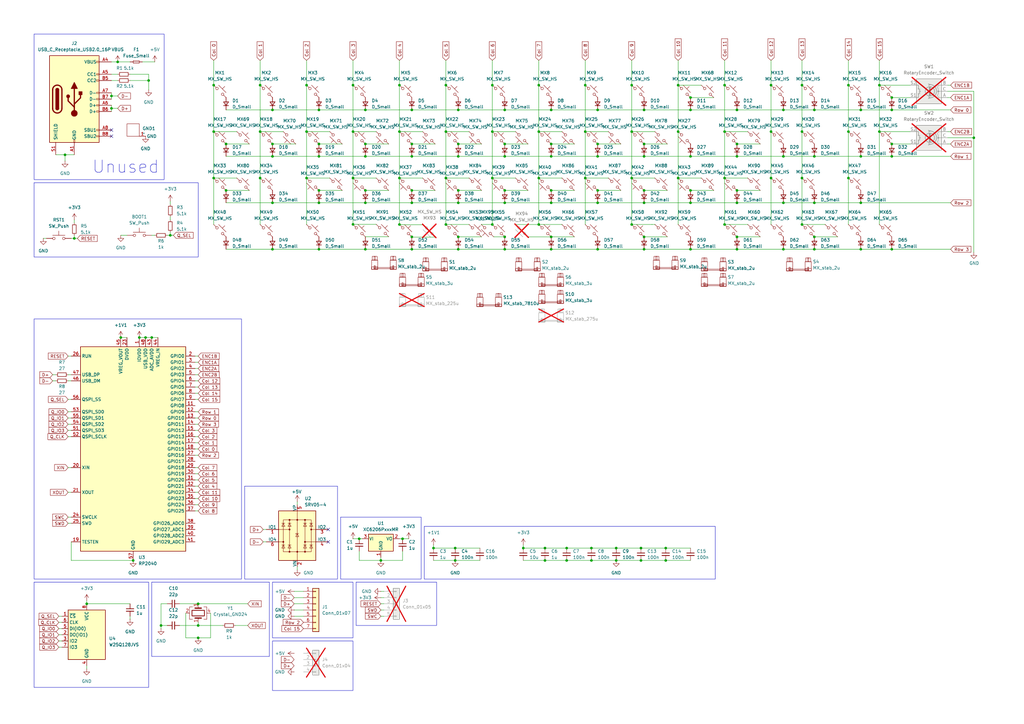
<source format=kicad_sch>
(kicad_sch (version 20231120) (generator "eeschema") (generator_version "8.0")
  (paper "A3")
  (junction (at 111.76 45.085))
  (junction (at 316.23 34.925))
  (junction (at 125.73 73.025))
  (junction (at 149.86 59.055))
  (junction (at 187.96 78.105))
  (junction (at 365.76 45.085))
  (junction (at 187.96 83.185))
  (junction (at 54.61 229.87))
  (junction (at 264.16 102.235))
  (junction (at 182.88 34.925))
  (junction (at 168.91 64.135))
  (junction (at 240.03 73.025))
  (junction (at 57.15 138.43))
  (junction (at 273.05 224.79))
  (junction (at 347.98 53.975))
  (junction (at 334.01 83.185))
  (junction (at 242.57 224.79))
  (junction (at 125.73 53.975))
  (junction (at 365.76 59.055))
  (junction (at 302.26 64.135))
  (junction (at 130.81 102.235))
  (junction (at 45.72 39.37))
  (junction (at 226.06 83.185))
  (junction (at 240.03 53.975))
  (junction (at 220.98 92.075))
  (junction (at 149.86 78.105))
  (junction (at 168.91 45.085))
  (junction (at 353.06 64.135))
  (junction (at 328.93 34.925))
  (junction (at 207.01 64.135))
  (junction (at 245.11 78.105))
  (junction (at 347.98 34.925))
  (junction (at 144.78 34.925))
  (junction (at 264.16 64.135))
  (junction (at 177.8 224.79))
  (junction (at 302.26 78.105))
  (junction (at 245.11 59.055))
  (junction (at 278.13 53.975))
  (junction (at 106.68 53.975))
  (junction (at 334.01 45.085))
  (junction (at 187.96 59.055))
  (junction (at 262.89 224.79))
  (junction (at 130.81 64.135))
  (junction (at 87.63 73.025))
  (junction (at 360.68 34.925))
  (junction (at 223.52 224.79))
  (junction (at 321.31 83.185))
  (junction (at 232.41 224.79))
  (junction (at 245.11 83.185))
  (junction (at 207.01 83.185))
  (junction (at 360.68 53.975))
  (junction (at 182.88 53.975))
  (junction (at 187.96 64.135))
  (junction (at 259.08 34.925))
  (junction (at 242.57 229.87))
  (junction (at 226.06 64.135))
  (junction (at 283.21 40.005))
  (junction (at 278.13 73.025))
  (junction (at 163.83 34.925))
  (junction (at 187.96 97.155))
  (junction (at 69.85 96.52))
  (junction (at 130.81 59.055))
  (junction (at 48.26 25.4))
  (junction (at 264.16 45.085))
  (junction (at 316.23 53.975))
  (junction (at 49.53 138.43))
  (junction (at 26.67 63.5))
  (junction (at 252.73 229.87))
  (junction (at 334.01 64.135))
  (junction (at 66.04 256.54))
  (junction (at 226.06 78.105))
  (junction (at 111.76 59.055))
  (junction (at 283.21 64.135))
  (junction (at 297.18 53.975))
  (junction (at 168.91 102.235))
  (junction (at 259.08 92.075))
  (junction (at 87.63 53.975))
  (junction (at 232.41 229.87))
  (junction (at 163.83 53.975))
  (junction (at 259.08 53.975))
  (junction (at 252.73 224.79))
  (junction (at 207.01 97.155))
  (junction (at 262.89 229.87))
  (junction (at 156.21 229.87))
  (junction (at 92.71 59.055))
  (junction (at 302.26 102.235))
  (junction (at 168.91 59.055))
  (junction (at 163.83 92.075))
  (junction (at 226.06 59.055))
  (junction (at 353.06 83.185))
  (junction (at 283.21 78.105))
  (junction (at 149.86 102.235))
  (junction (at 297.18 73.025))
  (junction (at 302.26 45.085))
  (junction (at 59.69 138.43))
  (junction (at 144.78 73.025))
  (junction (at 321.31 64.135))
  (junction (at 226.06 97.155))
  (junction (at 328.93 92.075))
  (junction (at 106.68 73.025))
  (junction (at 223.52 229.87))
  (junction (at 168.91 97.155))
  (junction (at 214.63 224.79))
  (junction (at 264.16 59.055))
  (junction (at 273.05 229.87))
  (junction (at 81.28 261.62))
  (junction (at 365.76 64.135))
  (junction (at 130.81 45.085))
  (junction (at 316.23 73.025))
  (junction (at 334.01 97.155))
  (junction (at 365.76 40.005))
  (junction (at 347.98 73.025))
  (junction (at 87.63 34.925))
  (junction (at 130.81 83.185))
  (junction (at 226.06 102.235))
  (junction (at 111.76 64.135))
  (junction (at 207.01 59.055))
  (junction (at 264.16 78.105))
  (junction (at 45.72 44.45))
  (junction (at 60.96 33.02))
  (junction (at 220.98 73.025))
  (junction (at 220.98 34.925))
  (junction (at 278.13 34.925))
  (junction (at 220.98 53.975))
  (junction (at 328.93 53.975))
  (junction (at 149.86 45.085))
  (junction (at 111.76 102.235))
  (junction (at 81.28 256.54))
  (junction (at 187.96 45.085))
  (junction (at 168.91 83.185))
  (junction (at 302.26 97.155))
  (junction (at 182.88 73.025))
  (junction (at 125.73 34.925))
  (junction (at 165.1 220.98))
  (junction (at 30.48 97.79))
  (junction (at 201.93 73.025))
  (junction (at 302.26 83.185))
  (junction (at 283.21 102.235))
  (junction (at 399.415 56.515))
  (junction (at 321.31 45.085))
  (junction (at 111.76 83.185))
  (junction (at 226.06 45.085))
  (junction (at 259.08 73.025))
  (junction (at 186.69 229.87))
  (junction (at 365.76 102.235))
  (junction (at 35.56 247.65))
  (junction (at 144.78 92.0269))
  (junction (at 201.93 34.925))
  (junction (at 149.86 83.185))
  (junction (at 168.91 78.105))
  (junction (at 207.01 45.085))
  (junction (at 353.06 102.235))
  (junction (at 187.96 102.235))
  (junction (at 147.32 220.98))
  (junction (at 240.03 34.925))
  (junction (at 62.23 138.43))
  (junction (at 182.88 92.075))
  (junction (at 207.01 102.235))
  (junction (at 149.86 64.135))
  (junction (at 163.83 73.025))
  (junction (at 302.26 59.055))
  (junction (at 186.69 224.79))
  (junction (at 106.68 34.925))
  (junction (at 264.16 97.155))
  (junction (at 353.06 45.085))
  (junction (at 297.18 92.075))
  (junction (at 144.78 53.975))
  (junction (at 201.93 92.075))
  (junction (at 334.01 102.235))
  (junction (at 245.11 102.235))
  (junction (at 207.01 78.105))
  (junction (at 201.93 53.975))
  (junction (at 328.93 73.025))
  (junction (at 130.81 78.105))
  (junction (at 297.18 34.925))
  (junction (at 81.28 247.65))
  (junction (at 245.11 64.135))
  (junction (at 92.71 78.105))
  (junction (at 321.31 102.235))
  (junction (at 283.21 83.185))
  (junction (at 245.11 45.085))
  (junction (at 283.21 45.085))
  (junction (at 264.16 83.185))
  (no_connect (at 45.72 55.88))
  (no_connect (at 134.62 217.17))
  (no_connect (at 134.62 222.25))
  (no_connect (at 45.72 53.34))
  (wire (pts (xy 66.04 256.54) (xy 66.04 257.81)))
  (wire (pts (xy 53.34 33.02) (xy 60.96 33.02)))
  (wire (pts (xy 60.96 30.48) (xy 60.96 33.02)))
  (wire (pts (xy 353.06 45.085) (xy 365.76 45.085)))
  (wire (pts (xy 232.41 224.79) (xy 242.57 224.79)))
  (wire (pts (xy 168.91 97.237) (xy 168.91 97.155)))
  (wire (pts (xy 168.91 83.185) (xy 187.96 83.185)))
  (wire (pts (xy 87.63 73.025) (xy 97.155 73.025)))
  (wire (pts (xy 360.68 24.765) (xy 360.68 34.925)))
  (wire (pts (xy 182.88 53.975) (xy 182.88 73.025)))
  (wire (pts (xy 297.18 53.975) (xy 297.18 73.025)))
  (wire (pts (xy 264.16 102.235) (xy 283.21 102.235)))
  (wire (pts (xy 278.13 73.025) (xy 278.13 92.075)))
  (wire (pts (xy 334.01 102.235) (xy 353.06 102.235)))
  (wire (pts (xy 45.72 39.37) (xy 45.72 40.64)))
  (wire (pts (xy 226.06 97.155) (xy 235.585 97.155)))
  (wire (pts (xy 328.93 24.765) (xy 328.93 34.925)))
  (wire (pts (xy 177.8 223.52) (xy 177.8 224.79)))
  (wire (pts (xy 259.08 53.975) (xy 268.605 53.975)))
  (wire (pts (xy 252.73 229.87) (xy 262.89 229.87)))
  (wire (pts (xy 283.21 45.085) (xy 302.26 45.085)))
  (wire (pts (xy 389.89 83.185) (xy 353.06 83.185)))
  (wire (pts (xy 81.28 156.21) (xy 80.01 156.21)))
  (wire (pts (xy 111.76 83.185) (xy 130.81 83.185)))
  (wire (pts (xy 267.4049 92.075) (xy 259.08 92.075)))
  (wire (pts (xy 49.53 138.43) (xy 52.07 138.43)))
  (wire (pts (xy 92.71 59.055) (xy 102.235 59.055)))
  (wire (pts (xy 68.58 247.65) (xy 66.04 247.65)))
  (wire (pts (xy 223.52 224.79) (xy 232.41 224.79)))
  (wire (pts (xy 321.31 83.185) (xy 334.01 83.185)))
  (wire (pts (xy 186.69 229.87) (xy 196.85 229.87)))
  (wire (pts (xy 220.98 92.0855) (xy 220.98 92.075)))
  (wire (pts (xy 302.26 64.135) (xy 321.31 64.135)))
  (wire (pts (xy 125.73 24.765) (xy 125.73 34.925)))
  (wire (pts (xy 182.88 73.025) (xy 182.88 92.075)))
  (wire (pts (xy 302.26 45.085) (xy 321.31 45.085)))
  (wire (pts (xy 163.83 73.025) (xy 163.83 92.075)))
  (wire (pts (xy 48.26 39.37) (xy 45.72 39.37)))
  (wire (pts (xy 147.32 220.98) (xy 148.59 220.98)))
  (wire (pts (xy 264.16 45.085) (xy 283.21 45.085)))
  (wire (pts (xy 259.08 24.765) (xy 259.08 34.925)))
  (wire (pts (xy 220.98 73.025) (xy 220.98 92.075)))
  (wire (pts (xy 328.93 34.925) (xy 328.93 53.975)))
  (wire (pts (xy 87.63 53.975) (xy 97.155 53.975)))
  (wire (pts (xy 226.06 45.085) (xy 245.11 45.085)))
  (wire (pts (xy 187.96 97.155) (xy 197.485 97.155)))
  (wire (pts (xy 111.76 64.135) (xy 130.81 64.135)))
  (wire (pts (xy 48.26 44.45) (xy 45.72 44.45)))
  (wire (pts (xy 328.93 73.025) (xy 328.93 92.075)))
  (wire (pts (xy 92.71 45.085) (xy 111.76 45.085)))
  (wire (pts (xy 92.71 64.135) (xy 111.76 64.135)))
  (wire (pts (xy 168.91 45.085) (xy 187.96 45.085)))
  (wire (pts (xy 111.76 59.055) (xy 121.285 59.055)))
  (wire (pts (xy 353.06 64.135) (xy 365.76 64.135)))
  (wire (pts (xy 22.86 63.5) (xy 26.67 63.5)))
  (wire (pts (xy 321.31 102.235) (xy 334.01 102.235)))
  (wire (pts (xy 81.28 256.54) (xy 81.28 255.27)))
  (wire (pts (xy 240.03 53.975) (xy 240.03 73.025)))
  (wire (pts (xy 316.23 53.975) (xy 316.23 73.025)))
  (wire (pts (xy 201.93 73.025) (xy 211.455 73.025)))
  (wire (pts (xy 273.7219 97.1509) (xy 271.2149 97.1509)))
  (wire (pts (xy 278.13 73.025) (xy 287.655 73.025)))
  (wire (pts (xy 81.28 196.85) (xy 80.01 196.85)))
  (wire (pts (xy 271.2149 97.1509) (xy 271.2149 97.155)))
  (wire (pts (xy 69.85 88.9) (xy 69.85 90.17)))
  (wire (pts (xy 163.83 53.975) (xy 163.83 73.025)))
  (wire (pts (xy 125.73 34.925) (xy 125.73 53.975)))
  (wire (pts (xy 53.34 254) (xy 53.34 252.73)))
  (wire (pts (xy 87.63 24.765) (xy 87.63 34.925)))
  (wire (pts (xy 24.13 260.35) (xy 25.4 260.35)))
  (wire (pts (xy 316.23 34.925) (xy 316.23 53.975)))
  (wire (pts (xy 81.28 261.62) (xy 86.36 261.62)))
  (wire (pts (xy 278.13 53.975) (xy 278.13 73.025)))
  (wire (pts (xy 207.01 78.105) (xy 216.535 78.105)))
  (wire (pts (xy 226.06 59.055) (xy 235.585 59.055)))
  (wire (pts (xy 168.91 97.237) (xy 178.5926 97.237)))
  (wire (pts (xy 130.81 45.085) (xy 149.86 45.085)))
  (wire (pts (xy 81.28 151.13) (xy 80.01 151.13)))
  (wire (pts (xy 24.13 255.27) (xy 25.4 255.27)))
  (wire (pts (xy 273.05 224.79) (xy 283.21 224.79)))
  (wire (pts (xy 220.98 34.925) (xy 220.98 53.975)))
  (wire (pts (xy 149.86 102.235) (xy 168.91 102.235)))
  (wire (pts (xy 149.86 64.135) (xy 168.91 64.135)))
  (wire (pts (xy 125.73 73.025) (xy 125.73 92.075)))
  (wire (pts (xy 81.28 146.05) (xy 80.01 146.05)))
  (wire (pts (xy 389.89 40.005) (xy 388.62 40.005)))
  (wire (pts (xy 201.93 24.765) (xy 201.93 34.925)))
  (wire (pts (xy 207.01 97.155) (xy 202.4744 97.155)))
  (wire (pts (xy 73.66 256.54) (xy 81.28 256.54)))
  (wire (pts (xy 24.13 265.43) (xy 25.4 265.43)))
  (wire (pts (xy 245.11 59.055) (xy 254.635 59.055)))
  (wire (pts (xy 187.96 83.185) (xy 207.01 83.185)))
  (wire (pts (xy 302.26 97.155) (xy 311.785 97.155)))
  (wire (pts (xy 27.94 179.07) (xy 29.21 179.07)))
  (wire (pts (xy 81.28 163.83) (xy 80.01 163.83)))
  (wire (pts (xy 21.59 156.21) (xy 22.86 156.21)))
  (wire (pts (xy 91.44 256.54) (xy 81.28 256.54)))
  (wire (pts (xy 81.28 186.69) (xy 80.01 186.69)))
  (wire (pts (xy 156.21 252.73) (xy 157.48 252.73)))
  (wire (pts (xy 302.26 78.105) (xy 311.785 78.105)))
  (wire (pts (xy 149.86 78.105) (xy 159.385 78.105)))
  (wire (pts (xy 187.96 64.135) (xy 207.01 64.135)))
  (wire (pts (xy 226.06 78.105) (xy 235.585 78.105)))
  (wire (pts (xy 27.94 191.77) (xy 29.21 191.77)))
  (wire (pts (xy 226.06 97.1655) (xy 226.06 97.155)))
  (wire (pts (xy 35.56 247.65) (xy 53.34 247.65)))
  (wire (pts (xy 334.01 97.155) (xy 343.535 97.155)))
  (wire (pts (xy 144.78 34.925) (xy 144.78 53.975)))
  (wire (pts (xy 81.28 153.67) (xy 80.01 153.67)))
  (wire (pts (xy 201.93 92.075) (xy 197.3944 92.075)))
  (wire (pts (xy 187.96 45.085) (xy 207.01 45.085)))
  (wire (pts (xy 130.81 64.135) (xy 149.86 64.135)))
  (wire (pts (xy 182.88 73.025) (xy 192.405 73.025)))
  (wire (pts (xy 27.94 214.63) (xy 29.21 214.63)))
  (wire (pts (xy 278.13 34.925) (xy 287.655 34.925)))
  (wire (pts (xy 226.06 64.135) (xy 245.11 64.135)))
  (wire (pts (xy 297.18 53.975) (xy 306.705 53.975)))
  (wire (pts (xy 29.21 229.87) (xy 54.61 229.87)))
  (wire (pts (xy 27.94 146.05) (xy 29.21 146.05)))
  (wire (pts (xy 60.96 33.02) (xy 60.96 36.83)))
  (wire (pts (xy 24.13 262.89) (xy 25.4 262.89)))
  (wire (pts (xy 107.95 222.25) (xy 109.22 222.25)))
  (wire (pts (xy 268.6419 92.0709) (xy 267.4049 92.0709)))
  (wire (pts (xy 283.21 78.105) (xy 292.735 78.105)))
  (wire (pts (xy 283.21 83.185) (xy 302.26 83.185)))
  (wire (pts (xy 365.76 102.235) (xy 389.89 102.235)))
  (wire (pts (xy 130.81 78.105) (xy 140.335 78.105)))
  (wire (pts (xy 173.5126 92.157) (xy 163.83 92.157)))
  (wire (pts (xy 71.12 96.52) (xy 69.85 96.52)))
  (wire (pts (xy 334.01 83.185) (xy 353.06 83.185)))
  (wire (pts (xy 17.78 97.79) (xy 19.05 97.79)))
  (wire (pts (xy 121.92 205.74) (xy 121.92 207.01)))
  (wire (pts (xy 201.93 73.025) (xy 201.93 92.075)))
  (wire (pts (xy 297.18 34.925) (xy 297.18 53.975)))
  (wire (pts (xy 48.26 25.4) (xy 53.34 25.4)))
  (wire (pts (xy 321.31 45.085) (xy 334.01 45.085)))
  (wire (pts (xy 207.01 102.235) (xy 226.06 102.235)))
  (wire (pts (xy 130.81 102.235) (xy 149.86 102.235)))
  (wire (pts (xy 165.1 226.06) (xy 165.1 229.87)))
  (wire (pts (xy 389.89 34.925) (xy 388.62 34.925)))
  (wire (pts (xy 214.63 229.87) (xy 223.52 229.87)))
  (wire (pts (xy 81.28 176.53) (xy 80.01 176.53)))
  (wire (pts (xy 262.89 229.87) (xy 273.05 229.87)))
  (wire (pts (xy 252.73 224.79) (xy 262.89 224.79)))
  (wire (pts (xy 297.18 24.765) (xy 297.18 34.925)))
  (wire (pts (xy 81.28 209.55) (xy 80.01 209.55)))
  (wire (pts (xy 125.73 53.975) (xy 125.73 73.025)))
  (wire (pts (xy 207.01 64.135) (xy 226.06 64.135)))
  (wire (pts (xy 214.63 224.79) (xy 223.52 224.79)))
  (wire (pts (xy 156.21 242.57) (xy 157.48 242.57)))
  (wire (pts (xy 328.93 53.975) (xy 328.93 73.025)))
  (wire (pts (xy 81.28 207.01) (xy 80.01 207.01)))
  (wire (pts (xy 125.73 53.975) (xy 135.255 53.975)))
  (wire (pts (xy 273.05 229.87) (xy 283.21 229.87)))
  (wire (pts (xy 259.08 73.025) (xy 259.08 92.075)))
  (wire (pts (xy 59.69 138.43) (xy 62.23 138.43)))
  (wire (pts (xy 264.16 78.105) (xy 273.685 78.105)))
  (wire (pts (xy 334.01 45.085) (xy 353.06 45.085)))
  (wire (pts (xy 53.34 30.48) (xy 60.96 30.48)))
  (wire (pts (xy 87.63 53.975) (xy 87.63 73.025)))
  (wire (pts (xy 92.71 83.185) (xy 111.76 83.185)))
  (wire (pts (xy 144.78 92.0269) (xy 144.78 92.075)))
  (wire (pts (xy 27.94 173.99) (xy 29.21 173.99)))
  (wire (pts (xy 27.94 201.93) (xy 29.21 201.93)))
  (wire (pts (xy 347.98 24.765) (xy 347.98 34.925)))
  (wire (pts (xy 45.72 38.1) (xy 45.72 39.37)))
  (wire (pts (xy 144.78 220.98) (xy 147.32 220.98)))
  (wire (pts (xy 30.48 90.17) (xy 30.48 91.44)))
  (wire (pts (xy 87.63 34.925) (xy 87.63 53.975)))
  (wire (pts (xy 365.76 59.055) (xy 373.38 59.055)))
  (wire (pts (xy 58.42 25.4) (xy 63.5 25.4)))
  (wire (pts (xy 240.03 73.025) (xy 240.03 92.075)))
  (wire (pts (xy 121.92 233.68) (xy 121.92 232.41)))
  (wire (pts (xy 156.21 247.65) (xy 157.48 247.65)))
  (wire (pts (xy 223.52 229.87) (xy 232.41 229.87)))
  (wire (pts (xy 163.83 53.975) (xy 173.355 53.975)))
  (wire (pts (xy 207.01 83.185) (xy 226.06 83.185)))
  (wire (pts (xy 163.83 92.157) (xy 163.83 92.075)))
  (wire (pts (xy 45.72 43.18) (xy 45.72 44.45)))
  (wire (pts (xy 242.57 229.87) (xy 252.73 229.87)))
  (wire (pts (xy 264.16 59.055) (xy 273.685 59.055)))
  (wire (pts (xy 245.11 64.135) (xy 264.16 64.135)))
  (wire (pts (xy 220.98 53.975) (xy 220.98 73.025)))
  (wire (pts (xy 81.28 191.77) (xy 80.01 191.77)))
  (wire (pts (xy 245.11 78.105) (xy 254.635 78.105)))
  (wire (pts (xy 144.78 73.025) (xy 154.305 73.025)))
  (wire (pts (xy 232.41 229.87) (xy 242.57 229.87)))
  (wire (pts (xy 106.68 53.975) (xy 106.68 73.025)))
  (wire (pts (xy 201.93 53.975) (xy 211.455 53.975)))
  (wire (pts (xy 297.18 92.075) (xy 306.705 92.075)))
  (wire (pts (xy 149.86 83.185) (xy 168.91 83.185)))
  (wire (pts (xy 163.83 24.765) (xy 163.83 34.925)))
  (wire (pts (xy 87.63 73.025) (xy 87.63 92.075)))
  (wire (pts (xy 226.06 102.235) (xy 245.11 102.235)))
  (wire (pts (xy 259.08 34.925) (xy 259.08 53.975)))
  (wire (pts (xy 242.57 224.79) (xy 252.73 224.79)))
  (wire (pts (xy 163.83 34.925) (xy 163.83 53.975)))
  (wire (pts (xy 159.4219 97.1069) (xy 149.86 97.1069)))
  (wire (pts (xy 156.21 245.11) (xy 157.48 245.11)))
  (wire (pts (xy 220.98 73.025) (xy 230.505 73.025)))
  (wire (pts (xy 278.13 34.925) (xy 278.13 53.975)))
  (wire (pts (xy 81.28 181.61) (xy 80.01 181.61)))
  (wire (pts (xy 240.03 34.925) (xy 240.03 53.975)))
  (wire (pts (xy 321.31 64.135) (xy 334.01 64.135)))
  (wire (pts (xy 278.13 24.765) (xy 278.13 34.925)))
  (wire (pts (xy 353.06 102.235) (xy 365.76 102.235)))
  (wire (pts (xy 373.38 40.005) (xy 365.76 40.005)))
  (wire (pts (xy 106.68 24.765) (xy 106.68 34.925)))
  (wire (pts (xy 220.98 53.975) (xy 230.505 53.975)))
  (wire (pts (xy 182.88 24.765) (xy 182.88 34.925)))
  (wire (pts (xy 389.89 53.975) (xy 388.62 53.975)))
  (wire (pts (xy 81.28 158.75) (xy 80.01 158.75)))
  (wire (pts (xy 120.65 250.19) (xy 124.46 250.19)))
  (wire (pts (xy 347.98 73.025) (xy 347.98 92.075)))
  (wire (pts (xy 81.28 204.47) (xy 80.01 204.47)))
  (wire (pts (xy 147.32 229.87) (xy 156.21 229.87)))
  (wire (pts (xy 149.86 97.1069) (xy 149.86 97.155)))
  (wire (pts (xy 389.89 59.055) (xy 388.62 59.055)))
  (wire (pts (xy 399.415 37.465) (xy 388.62 37.465)))
  (wire (pts (xy 283.21 102.235) (xy 302.26 102.235)))
  (wire (pts (xy 211.4068 92.0855) (xy 220.98 92.0855)))
  (wire (pts (xy 81.28 199.39) (xy 80.01 199.39)))
  (wire (pts (xy 264.16 64.135) (xy 283.21 64.135)))
  (wire (pts (xy 144.78 73.025) (xy 144.78 92.0269)))
  (wire (pts (xy 360.68 34.925) (xy 360.68 53.975)))
  (wire (pts (xy 197.3944 92.075) (xy 197.3944 92.0573)))
  (wire (pts (xy 245.11 45.085) (xy 264.16 45.085)))
  (wire (pts (xy 30.48 96.52) (xy 30.48 97.79)))
  (wire (pts (xy 81.28 161.29) (xy 80.01 161.29)))
  (wire (pts (xy 27.94 171.45) (xy 29.21 171.45)))
  (wire (pts (xy 57.15 138.43) (xy 59.69 138.43)))
  (wire (pts (xy 264.16 83.185) (xy 283.21 83.185)))
  (wire (pts (xy 48.26 33.02) (xy 45.72 33.02)))
  (wire (pts (xy 81.28 173.99) (xy 80.01 173.99)))
  (wire (pts (xy 328.93 92.075) (xy 338.455 92.075)))
  (wire (pts (xy 347.98 34.925) (xy 347.98 53.975)))
  (wire (pts (xy 111.76 45.085) (xy 130.81 45.085)))
  (wire (pts (xy 240.03 24.765) (xy 240.03 34.925)))
  (wire (pts (xy 27.94 212.09) (xy 29.21 212.09)))
  (wire (pts (xy 76.2 251.46) (xy 76.2 261.62)))
  (wire (pts (xy 66.04 247.65) (xy 66.04 256.54)))
  (wire (pts (xy 81.28 201.93) (xy 80.01 201.93)))
  (wire (pts (xy 187.96 59.055) (xy 197.485 59.055)))
  (wire (pts (xy 120.65 247.65) (xy 124.46 247.65)))
  (wire (pts (xy 297.18 73.025) (xy 297.18 92.075)))
  (wire (pts (xy 45.72 30.48) (xy 48.26 30.48)))
  (wire (pts (xy 165.1 229.87) (xy 156.21 229.87)))
  (wire (pts (xy 81.28 168.91) (xy 80.01 168.91)))
  (wire (pts (xy 334.01 64.135) (xy 353.06 64.135)))
  (wire (pts (xy 399.415 56.515) (xy 388.62 56.515)))
  (wire (pts (xy 399.415 103.505) (xy 399.415 56.515)))
  (wire (pts (xy 27.94 168.91) (xy 29.21 168.91)))
  (wire (pts (xy 302.26 59.055) (xy 311.785 59.055)))
  (wire (pts (xy 177.8 229.87) (xy 186.69 229.87)))
  (wire (pts (xy 144.78 53.975) (xy 154.305 53.975)))
  (wire (pts (xy 149.86 59.055) (xy 159.385 59.055)))
  (wire (pts (xy 69.85 82.55) (xy 69.85 83.82)))
  (wire (pts (xy 26.67 66.04) (xy 26.67 63.5)))
  (wire (pts (xy 31.75 97.79) (xy 30.48 97.79)))
  (wire (pts (xy 120.65 242.57) (xy 124.46 242.57)))
  (wire (pts (xy 168.91 102.235) (xy 187.96 102.235)))
  (wire (pts (xy 106.68 34.925) (xy 106.68 53.975)))
  (wire (pts (xy 220.98 24.765) (xy 220.98 34.925)))
  (wire (pts (xy 245.11 102.235) (xy 264.16 102.235)))
  (wire (pts (xy 267.4049 92.0709) (xy 267.4049 92.075)))
  (wire (pts (xy 316.23 73.025) (xy 316.23 92.075)))
  (wire (pts (xy 81.28 148.59) (xy 80.01 148.59)))
  (wire (pts (xy 81.28 179.07) (xy 80.01 179.07)))
  (wire (pts (xy 226.06 83.185) (xy 245.11 83.185)))
  (wire (pts (xy 27.94 153.67) (xy 29.21 153.67)))
  (wire (pts (xy 35.56 274.32) (xy 35.56 273.05)))
  (wire (pts (xy 216.4868 97.1655) (xy 226.06 97.1655)))
  (wire (pts (xy 144.78 24.765) (xy 144.78 34.925)))
  (wire (pts (xy 92.71 102.235) (xy 111.76 102.235)))
  (wire (pts (xy 86.36 251.46) (xy 86.36 261.62)))
  (wire (pts (xy 144.78 53.975) (xy 144.78 73.025)))
  (wire (pts (xy 149.86 45.085) (xy 168.91 45.085)))
  (wire (pts (xy 167.64 220.98) (xy 165.1 220.98)))
  (wire (pts (xy 182.88 53.975) (xy 192.405 53.975)))
  (wire (pts (xy 177.8 224.79) (xy 186.69 224.79)))
  (wire (pts (xy 45.72 44.45) (xy 45.72 45.72)))
  (wire (pts (xy 168.91 78.105) (xy 178.435 78.105)))
  (wire (pts (xy 21.59 153.67) (xy 22.86 153.67)))
  (wire (pts (xy 81.28 184.15) (xy 80.01 184.15)))
  (wire (pts (xy 106.68 53.975) (xy 116.205 53.975)))
  (wire (pts (xy 347.98 53.975) (xy 347.98 73.025)))
  (wire (pts (xy 207.01 45.085) (xy 226.06 45.085)))
  (wire (pts (xy 130.81 59.055) (xy 140.335 59.055)))
  (wire (pts (xy 125.73 73.025) (xy 135.255 73.025)))
  (wire (pts (xy 111.76 102.235) (xy 130.81 102.235)))
  (wire (pts (xy 214.63 223.52) (xy 214.63 224.79)))
  (wire (pts (xy 130.81 83.185) (xy 149.86 83.185)))
  (wire (pts (xy 187.96 102.235) (xy 207.01 102.235)))
  (wire (pts (xy 69.85 95.25) (xy 69.85 96.52)))
  (wire (pts (xy 187.96 78.105) (xy 197.485 78.105)))
  (wire (pts (xy 201.93 53.975) (xy 201.93 73.025)))
  (wire (pts (xy 168.91 59.055) (xy 178.435 59.055)))
  (wire (pts (xy 81.28 194.31) (xy 80.01 194.31)))
  (wire (pts (xy 207.01 59.055) (xy 216.535 59.055)))
  (wire (pts (xy 106.68 73.025) (xy 106.68 92.075)))
  (wire (pts (xy 81.28 247.65) (xy 101.6 247.65)))
  (wire (pts (xy 120.65 252.73) (xy 124.46 252.73)))
  (wire (pts (xy 45.72 25.4) (xy 48.26 25.4)))
  (wire (pts (xy 81.28 171.45) (xy 80.01 171.45)))
  (wire (pts (xy 259.08 53.975) (xy 259.08 73.025)))
  (wire (pts (xy 283.21 40.005) (xy 292.735 40.005)))
  (wire (pts (xy 76.2 261.62) (xy 81.28 261.62)))
  (wire (pts (xy 27.94 176.53) (xy 29.21 176.53)))
  (wire (pts (xy 30.48 97.79) (xy 29.21 97.79)))
  (wire (pts (xy 24.13 257.81) (xy 25.4 257.81)))
  (wire (pts (xy 316.23 24.765) (xy 316.23 34.925)))
  (wire (pts (xy 165.1 220.98) (xy 163.83 220.98)))
  (wire (pts (xy 302.26 83.185) (xy 321.31 83.185)))
  (wire (pts (xy 26.67 63.5) (xy 30.48 63.5)))
  (wire (pts (xy 24.13 252.73) (xy 25.4 252.73)))
  (wire (pts (xy 147.32 226.06) (xy 147.32 229.87)))
  (wire (pts (xy 297.18 73.025) (xy 306.705 73.025)))
  (wire (pts (xy 92.71 78.105) (xy 102.235 78.105)))
  (wire (pts (xy 182.88 92.075) (xy 192.405 92.075)))
  (wire (pts (xy 262.89 224.79) (xy 273.05 224.79)))
  (wire (pts (xy 182.88 34.925) (xy 182.88 53.975)))
  (wire (pts (xy 240.03 73.025) (xy 249.555 73.025)))
  (wire (pts (xy 35.56 246.38) (xy 35.56 247.65)))
  (wire (pts (xy 69.85 96.52) (xy 68.58 96.52)))
  (wire (pts (xy 365.76 45.085) (xy 389.89 45.085)))
  (wire (pts (xy 168.91 64.135) (xy 187.96 64.135)))
  (wire (pts (xy 240.03 53.975) (xy 249.555 53.975)))
  (wire (pts (xy 154.3419 92.0269) (xy 144.78 92.0269)))
  (wire (pts (xy 220.98 92.075) (xy 230.505 92.075)))
  (wire (pts (xy 202.4744 97.155) (xy 202.4744 97.1373)))
  (wire (pts (xy 49.53 96.52) (xy 52.07 96.52)))
  (wire (pts (xy 360.68 53.975) (xy 373.38 53.975)))
  (wire (pts (xy 73.66 247.65) (xy 81.28 247.65)))
  (wire (pts (xy 302.26 102.235) (xy 321.31 102.235)))
  (wire (pts (xy 120.65 245.11) (xy 124.46 245.11)))
  (wire (pts (xy 63.5 96.52) (xy 62.23 96.52)))
  (wire (pts (xy 107.95 217.17) (xy 109.22 217.17)))
  (wire (pts (xy 27.94 163.83) (xy 29.21 163.83)))
  (wire (pts (xy 96.52 256.54) (xy 101.6 256.54)))
  (wire (pts (xy 163.83 73.025) (xy 173.355 73.025)))
  (wire (pts (xy 27.94 156.21) (xy 29.21 156.21)))
  (wire (pts (xy 271.2149 97.155) (xy 264.16 97.155)))
  (wire (pts (xy 62.23 138.43) (xy 64.77 138.43)))
  (wire (pts (xy 245.11 83.185) (xy 264.16 83.185)))
  (wire (pts (xy 283.21 64.135) (xy 302.26 64.135)))
  (wire (pts (xy 29.21 222.25) (xy 29.21 229.87)))
  (wire (pts (xy 156.21 229.87) (xy 156.21 228.6)))
  (wire (pts (xy 259.08 73.025) (xy 268.605 73.025)))
  (wire (pts (xy 360.68 34.925) (xy 373.38 34.925)))
  (wire (pts (xy 201.93 34.925) (xy 201.93 53.975)))
  (wire (pts (xy 186.69 224.79) (xy 196.85 224.79)))
  (wire (pts (xy 360.68 53.975) (xy 360.68 92.075)))
  (wire (pts (xy 399.415 37.465) (xy 399.415 56.515)))
  (wire (pts (xy 66.04 256.54) (xy 68.58 256.54)))
  (wire (pts (xy 156.21 250.19) (xy 157.48 250.19)))
  (wire (pts (xy 365.76 64.135) (xy 389.89 64.135)))
  (rectangle (start 173.99 215.9) (end 293.37 237.49))
  (rectangle (start 111.76 238.76) (end 144.78 261.62))
  (rectangle (start 139.7 212.09) (end 172.72 237.49))
  (rectangle (start 100.33 199.39) (end 138.43 237.49))
  (rectangle (start 62.23 238.76) (end 110.49 269.24))
  (rectangle (start 13.97 130.81) (end 99.06 237.49))
  (rectangle (start 146.05 238.76) (end 179.07 256.54))
  (rectangle (start 111.76 262.89) (end 144.78 283.21))
  (rectangle (start 13.97 13.97) (end 67.31 73.66))
  (rectangle (start 13.97 238.76) (end 60.96 281.94))
  (rectangle (start 13.97 74.93) (end 81.28 105.41))
  (text "Unused" (at 51.562 68.58 0) (effects (font (size 5.08 5.08))))
  (text "하수구의제왕" (at 223.266 116.84 0) (effects (font (size 1.27 1.27))))
  (global_label "Col 7" (shape input) (at 81.28 191.77 0) (property "Intersheetrefs" "${INTERSHEET_REFS}" (effects (hide yes))))
  (global_label "ENC2A" (shape input) (at 81.28 151.13 0) (property "Intersheetrefs" "${INTERSHEET_REFS}" (effects (hide yes))))
  (global_label "Q_IO2" (shape input) (at 27.94 173.99 180) (property "Intersheetrefs" "${INTERSHEET_REFS}" (effects (hide yes))))
  (global_label "ENC1B" (shape input) (at 389.89 34.925 0) (property "Intersheetrefs" "${INTERSHEET_REFS}" (effects (hide yes))))
  (global_label "Col 11" (shape input) (at 297.18 24.765 90) (property "Intersheetrefs" "${INTERSHEET_REFS}" (effects (hide yes))))
  (global_label "D-" (shape input) (at 120.65 245.11 180) (property "Intersheetrefs" "${INTERSHEET_REFS}" (effects (hide yes))))
  (global_label "XIN" (shape input) (at 101.6 247.65 0) (property "Intersheetrefs" "${INTERSHEET_REFS}" (effects (hide yes))))
  (global_label "D+" (shape input) (at 120.65 247.65 180) (property "Intersheetrefs" "${INTERSHEET_REFS}" (effects (hide yes))))
  (global_label "ENC2A" (shape input) (at 389.89 59.055 0) (property "Intersheetrefs" "${INTERSHEET_REFS}" (effects (hide yes))))
  (global_label "XIN" (shape input) (at 27.94 191.77 180) (property "Intersheetrefs" "${INTERSHEET_REFS}" (effects (hide yes))))
  (global_label "Col 15" (shape input) (at 360.68 24.765 90) (property "Intersheetrefs" "${INTERSHEET_REFS}" (effects (hide yes))))
  (global_label "Col 8" (shape input) (at 240.03 24.765 90) (property "Intersheetrefs" "${INTERSHEET_REFS}" (effects (hide yes))))
  (global_label "Col 2" (shape input) (at 125.73 24.765 90) (property "Intersheetrefs" "${INTERSHEET_REFS}" (effects (hide yes))))
  (global_label "Q_IO1" (shape input) (at 24.13 260.35 180) (property "Intersheetrefs" "${INTERSHEET_REFS}" (effects (hide yes))))
  (global_label "Col 11" (shape input) (at 81.28 201.93 0) (property "Intersheetrefs" "${INTERSHEET_REFS}" (effects (hide yes))))
  (global_label "Col 9" (shape input) (at 259.08 24.765 90) (property "Intersheetrefs" "${INTERSHEET_REFS}" (effects (hide yes))))
  (global_label "Q_SEL" (shape input) (at 24.13 252.73 180) (property "Intersheetrefs" "${INTERSHEET_REFS}" (effects (hide yes))))
  (global_label "Col 1" (shape input) (at 106.68 24.765 90) (property "Intersheetrefs" "${INTERSHEET_REFS}" (effects (hide yes))))
  (global_label "Q_IO1" (shape input) (at 27.94 171.45 180) (property "Intersheetrefs" "${INTERSHEET_REFS}" (effects (hide yes))))
  (global_label "Q_IO0" (shape input) (at 24.13 257.81 180) (property "Intersheetrefs" "${INTERSHEET_REFS}" (effects (hide yes))))
  (global_label "Q_IO3" (shape input) (at 27.94 176.53 180) (property "Intersheetrefs" "${INTERSHEET_REFS}" (effects (hide yes))))
  (global_label "Col 4" (shape input) (at 81.28 199.39 0) (property "Intersheetrefs" "${INTERSHEET_REFS}" (effects (hide yes))))
  (global_label "ENC2B" (shape input) (at 81.28 153.67 0) (property "Intersheetrefs" "${INTERSHEET_REFS}" (effects (hide yes))))
  (global_label "Col 5" (shape input) (at 182.88 24.765 90) (property "Intersheetrefs" "${INTERSHEET_REFS}" (effects (hide yes))))
  (global_label "Row 3" (shape input) (at 81.28 173.99 0) (property "Intersheetrefs" "${INTERSHEET_REFS}" (effects (hide yes))))
  (global_label "D+" (shape input) (at 120.65 273.05 180) (property "Intersheetrefs" "${INTERSHEET_REFS}" (effects (hide yes))))
  (global_label "SWD" (shape input) (at 27.94 214.63 180) (property "Intersheetrefs" "${INTERSHEET_REFS}" (effects (hide yes))))
  (global_label "Col 12" (shape input) (at 81.28 156.21 0) (property "Intersheetrefs" "${INTERSHEET_REFS}" (effects (hide yes))))
  (global_label "Col 12" (shape input) (at 316.23 24.765 90) (property "Intersheetrefs" "${INTERSHEET_REFS}" (effects (hide yes))))
  (global_label "RESET" (shape input) (at 156.21 247.65 180) (property "Intersheetrefs" "${INTERSHEET_REFS}" (effects (hide yes))))
  (global_label "Col 3" (shape input) (at 144.78 24.765 90) (property "Intersheetrefs" "${INTERSHEET_REFS}" (effects (hide yes))))
  (global_label "Col 6" (shape input) (at 201.93 24.765 90) (property "Intersheetrefs" "${INTERSHEET_REFS}" (effects (hide yes))))
  (global_label "RESET" (shape input) (at 27.94 146.05 180) (property "Intersheetrefs" "${INTERSHEET_REFS}" (effects (hide yes))))
  (global_label "Q_IO3" (shape input) (at 24.13 265.43 180) (property "Intersheetrefs" "${INTERSHEET_REFS}" (effects (hide yes))))
  (global_label "Col 1" (shape input) (at 81.28 181.61 0) (property "Intersheetrefs" "${INTERSHEET_REFS}" (effects (hide yes))))
  (global_label "Q_SEL" (shape input) (at 71.12 96.52 0) (property "Intersheetrefs" "${INTERSHEET_REFS}" (effects (hide yes))))
  (global_label "SWC" (shape input) (at 27.94 212.09 180) (property "Intersheetrefs" "${INTERSHEET_REFS}" (effects (hide yes))))
  (global_label "Q_CLK" (shape input) (at 27.94 179.07 180) (property "Intersheetrefs" "${INTERSHEET_REFS}" (effects (hide yes))))
  (global_label "D+" (shape input) (at 48.26 44.45 0) (property "Intersheetrefs" "${INTERSHEET_REFS}" (effects (hide yes))))
  (global_label "Col 0" (shape input) (at 87.63 24.765 90) (property "Intersheetrefs" "${INTERSHEET_REFS}" (effects (hide yes))))
  (global_label "ENC2B" (shape input) (at 389.89 53.975 0) (property "Intersheetrefs" "${INTERSHEET_REFS}" (effects (hide yes))))
  (global_label "Col 13" (shape input) (at 328.93 24.765 90) (property "Intersheetrefs" "${INTERSHEET_REFS}" (effects (hide yes))))
  (global_label "RESET" (shape input) (at 31.75 97.79 0) (property "Intersheetrefs" "${INTERSHEET_REFS}" (effects (hide yes))))
  (global_label "ENC1B" (shape input) (at 81.28 146.05 0) (property "Intersheetrefs" "${INTERSHEET_REFS}" (effects (hide yes))))
  (global_label "Col 9" (shape input) (at 81.28 207.01 0) (property "Intersheetrefs" "${INTERSHEET_REFS}" (effects (hide yes))))
  (global_label "D+" (shape input) (at 107.95 217.17 180) (property "Intersheetrefs" "${INTERSHEET_REFS}" (effects (hide yes))))
  (global_label "ENC1A" (shape input) (at 389.89 40.005 0) (property "Intersheetrefs" "${INTERSHEET_REFS}" (effects (hide yes))))
  (global_label "Q_SEL" (shape input) (at 27.94 163.83 180) (property "Intersheetrefs" "${INTERSHEET_REFS}" (effects (hide yes))))
  (global_label "Row 1" (shape input) (at 389.89 64.135 0) (property "Intersheetrefs" "${INTERSHEET_REFS}" (effects (hide yes))))
  (global_label "Col 14" (shape input) (at 81.28 161.29 0) (property "Intersheetrefs" "${INTERSHEET_REFS}" (effects (hide yes))))
  (global_label "Row 0" (shape input) (at 81.28 171.45 0) (property "Intersheetrefs" "${INTERSHEET_REFS}" (effects (hide yes))))
  (global_label "Col 10" (shape input) (at 278.13 24.765 90) (property "Intersheetrefs" "${INTERSHEET_REFS}" (effects (hide yes))))
  (global_label "Col 10" (shape input) (at 81.28 204.47 0) (property "Intersheetrefs" "${INTERSHEET_REFS}" (effects (hide yes))))
  (global_label "Col 14" (shape input) (at 347.98 24.765 90) (property "Intersheetrefs" "${INTERSHEET_REFS}" (effects (hide yes))))
  (global_label "XOUT" (shape input) (at 27.94 201.93 180) (property "Intersheetrefs" "${INTERSHEET_REFS}" (effects (hide yes))))
  (global_label "Row 2" (shape input) (at 124.46 255.27 180) (property "Intersheetrefs" "${INTERSHEET_REFS}" (effects (hide yes))))
  (global_label "Col 15" (shape input) (at 81.28 163.83 0) (property "Intersheetrefs" "${INTERSHEET_REFS}" (effects (hide yes))))
  (global_label "Row 0" (shape input) (at 389.89 45.085 0) (property "Intersheetrefs" "${INTERSHEET_REFS}" (effects (hide yes))))
  (global_label "Row 2" (shape input) (at 389.89 83.185 0) (property "Intersheetrefs" "${INTERSHEET_REFS}" (effects (hide yes))))
  (global_label "D-" (shape input) (at 48.26 39.37 0) (property "Intersheetrefs" "${INTERSHEET_REFS}" (effects (hide yes))))
  (global_label "D-" (shape input) (at 107.95 222.25 180) (property "Intersheetrefs" "${INTERSHEET_REFS}" (effects (hide yes))))
  (global_label "Row 2" (shape input) (at 81.28 186.69 0) (property "Intersheetrefs" "${INTERSHEET_REFS}" (effects (hide yes))))
  (global_label "Col 3" (shape input) (at 81.28 176.53 0) (property "Intersheetrefs" "${INTERSHEET_REFS}" (effects (hide yes))))
  (global_label "Col 8" (shape input) (at 81.28 209.55 0) (property "Intersheetrefs" "${INTERSHEET_REFS}" (effects (hide yes))))
  (global_label "Col 6" (shape input) (at 81.28 194.31 0) (property "Intersheetrefs" "${INTERSHEET_REFS}" (effects (hide yes))))
  (global_label "Q_CLK" (shape input) (at 24.13 255.27 180) (property "Intersheetrefs" "${INTERSHEET_REFS}" (effects (hide yes))))
  (global_label "Col 0" (shape input) (at 81.28 184.15 0) (property "Intersheetrefs" "${INTERSHEET_REFS}" (effects (hide yes))))
  (global_label "ENC1A" (shape input) (at 81.28 148.59 0) (property "Intersheetrefs" "${INTERSHEET_REFS}" (effects (hide yes))))
  (global_label "XOUT" (shape input) (at 101.6 256.54 0) (property "Intersheetrefs" "${INTERSHEET_REFS}" (effects (hide yes))))
  (global_label "SWD" (shape input) (at 156.21 250.19 180) (property "Intersheetrefs" "${INTERSHEET_REFS}" (effects (hide yes))))
  (global_label "SWC" (shape input) (at 156.21 252.73 180) (property "Intersheetrefs" "${INTERSHEET_REFS}" (effects (hide yes))))
  (global_label "Row 3" (shape input) (at 389.89 102.235 0) (property "Intersheetrefs" "${INTERSHEET_REFS}" (effects (hide yes))))
  (global_label "D+" (shape input) (at 21.59 153.67 180) (property "Intersheetrefs" "${INTERSHEET_REFS}" (effects (hide yes))))
  (global_label "Col 4" (shape input) (at 163.83 24.765 90) (property "Intersheetrefs" "${INTERSHEET_REFS}" (effects (hide yes))))
  (global_label "Col 13" (shape input) (at 81.28 158.75 0) (property "Intersheetrefs" "${INTERSHEET_REFS}" (effects (hide yes))))
  (global_label "Q_IO2" (shape input) (at 24.13 262.89 180) (property "Intersheetrefs" "${INTERSHEET_REFS}" (effects (hide yes))))
  (global_label "Col 15" (shape input) (at 124.46 257.81 180) (property "Intersheetrefs" "${INTERSHEET_REFS}" (effects (hide yes))))
  (global_label "D-" (shape input) (at 120.65 270.51 180) (property "Intersheetrefs" "${INTERSHEET_REFS}" (effects (hide yes))))
  (global_label "Col 2" (shape input) (at 81.28 179.07 0) (property "Intersheetrefs" "${INTERSHEET_REFS}" (effects (hide yes))))
  (global_label "Q_IO0" (shape input) (at 27.94 168.91 180) (property "Intersheetrefs" "${INTERSHEET_REFS}" (effects (hide yes))))
  (global_label "D-" (shape input) (at 21.59 156.21 180) (property "Intersheetrefs" "${INTERSHEET_REFS}" (effects (hide yes))))
  (global_label "Row 1" (shape input) (at 81.28 168.91 0) (property "Intersheetrefs" "${INTERSHEET_REFS}" (effects (hide yes))))
  (global_label "Col 5" (shape input) (at 81.28 196.85 0) (property "Intersheetrefs" "${INTERSHEET_REFS}" (effects (hide yes))))
  (global_label "Col 7" (shape input) (at 220.98 24.765 90) (property "Intersheetrefs" "${INTERSHEET_REFS}" (effects (hide yes))))
  (symbol (lib_id "PCM_marbastlib-mx:MX_SW_HS_CPG151101S11") (at 213.995 75.565 0) (unit 1)
    (property "Reference" "MX85" (at 213.995 67.945 0))
    (property "Value" "MX_SW_HS" (at 213.995 70.485 0))
    (property "Footprint" "PCM_marbastlib-mx:SW_MX_HS_CPG151101S11_1u" (effects (hide yes)))
    (property "Description" "Push button switch, normally open, two pins, 45° tilted, Kailh CPG151101S11 for Cherry MX style switches" (effects (hide yes)))
  )
  (symbol (lib_id "PCM_marbastlib-mx:MX_SW_HS_CPG151101S11") (at 233.045 56.515 180) (unit 1)
    (property "Reference" "MX76" (at 233.045 49.53 0))
    (property "Value" "MX_SW_HS" (at 233.045 52.07 0))
    (property "Footprint" "PCM_marbastlib-mx:SW_MX_HS_CPG151101S11_1u" (effects (hide yes)))
    (property "Description" "Push button switch, normally open, two pins, 45° tilted, Kailh CPG151101S11 for Cherry MX style switches" (effects (hide yes)))
  )
  (symbol (lib_id "PCM_marbastlib-mx:MX_SW_HS_CPG151101S11") (at 175.895 56.515 180) (unit 1)
    (property "Reference" "MX73" (at 175.895 49.53 0))
    (property "Value" "MX_SW_HS" (at 175.895 52.07 0))
    (property "Footprint" "PCM_marbastlib-mx:SW_MX_HS_CPG151101S11_1u" (effects (hide yes)))
    (property "Description" "Push button switch, normally open, two pins, 45° tilted, Kailh CPG151101S11 for Cherry MX style switches" (effects (hide yes)))
  )
  (symbol (lib_id "Device:D_Small") (at 321.31 42.545 90) (unit 1)
    (property "Reference" "D13" (at 323.85 41.2749 90) (effects (justify right)))
    (property "Value" "D_Small" (at 323.85 43.8149 90) (effects (justify right)))
    (property "Footprint" "xomm:D_SOD-123_xomm" (effects (hide yes)))
    (property "Description" "Diode, small symbol" (effects (hide yes)))
    (property "Sim.Device" "D" (effects (hide yes)))
    (property "Sim.Pins" "1=K 2=A" (effects (hide yes)))
  )
  (symbol (lib_id "power:+3V3") (at 156.21 245.11 90) (unit 1)
    (property "Reference" "#PWR017" (effects (hide yes)))
    (property "Value" "+3V3" (at 152.4 245.1099 90) (effects (justify left)))
    (property "Description" "Power symbol creates a global label with name \"+3V3\"" (effects (hide yes)))
  )
  (symbol (lib_id "Device:C_Small") (at 53.34 250.19 0) (unit 1)
    (property "Reference" "C11" (at 55.88 248.9262 0) (effects (justify left)))
    (property "Value" "1u" (at 55.88 251.4662 0) (effects (justify left)))
    (property "Footprint" "Capacitor_SMD:C_0402_1005Metric" (effects (hide yes)))
    (property "Description" "Unpolarized capacitor, small symbol" (effects (hide yes)))
  )
  (symbol (lib_id "PCM_marbastlib-mx:MX_SW_HS_CPG151101S11") (at 156.8819 94.5669 0) (unit 1)
    (property "Reference" "MX91" (at 156.8819 86.9469 0))
    (property "Value" "MX_SW_HS" (at 156.8819 89.4869 0))
    (property "Footprint" "PCM_marbastlib-mx:SW_MX_HS_CPG151101S11_1u" (effects (hide yes)))
    (property "Description" "Push button switch, normally open, two pins, 45° tilted, Kailh CPG151101S11 for Cherry MX style switches" (effects (hide yes)))
  )
  (symbol (lib_id "PCM_marbastlib-mx:MX_SW_HS_CPG151101S11") (at 223.52 75.565 180) (unit 1)
    (property "Reference" "MX40" (at 223.52 68.58 0))
    (property "Value" "MX_SW_HS" (at 223.52 71.12 0))
    (property "Footprint" "PCM_marbastlib-mx:SW_MX_HS_CPG151101S11_1u" (effects (hide yes)))
    (property "Description" "Push button switch, normally open, two pins, 45° tilted, Kailh CPG151101S11 for Cherry MX style switches" (effects (hide yes)))
  )
  (symbol (lib_id "power:GND") (at 49.53 96.52 0) (unit 1)
    (property "Reference" "#PWR014" (effects (hide yes)))
    (property "Value" "GND" (at 49.53 101.6 0))
    (property "Description" "Power symbol creates a global label with name \"GND\" , ground" (effects (hide yes)))
  )
  (symbol (lib_id "PCM_marbastlib-mx:MX_SW_HS_CPG151101S11") (at 363.22 37.465 0) (unit 1)
    (property "Reference" "MX16" (at 363.22 29.845 0))
    (property "Value" "MX_SW_HS" (at 363.22 32.385 0))
    (property "Footprint" "PCM_marbastlib-mx:SW_MX_HS_S_CPG151101S11_1u" (effects (hide yes)))
    (property "Description" "Push button switch, normally open, two pins, 45° tilted, Kailh CPG151101S11 for Cherry MX style switches" (effects (hide yes)))
  )
  (symbol (lib_id "PCM_marbastlib-mx:MX_SW_HS_CPG151101S11") (at 128.27 75.565 180) (unit 1)
    (property "Reference" "MX35" (at 128.27 68.58 0))
    (property "Value" "MX_SW_HS" (at 128.27 71.12 0))
    (property "Footprint" "PCM_marbastlib-mx:SW_MX_HS_CPG151101S11_1u" (effects (hide yes)))
    (property "Description" "Push button switch, normally open, two pins, 45° tilted, Kailh CPG151101S11 for Cherry MX style switches" (effects (hide yes)))
  )
  (symbol (lib_id "PCM_marbastlib-mx:MX_SW_HS_CPG151101S11") (at 242.57 75.565 180) (unit 1)
    (property "Reference" "MX41" (at 242.57 68.58 0))
    (property "Value" "MX_SW_HS" (at 242.57 71.12 0))
    (property "Footprint" "PCM_marbastlib-mx:SW_MX_HS_CPG151101S11_1u" (effects (hide yes)))
    (property "Description" "Push button switch, normally open, two pins, 45° tilted, Kailh CPG151101S11 for Cherry MX style switches" (effects (hide yes)))
  )
  (symbol (lib_id "power:GND") (at 121.92 233.68 0) (unit 1)
    (property "Reference" "#PWR016" (effects (hide yes)))
    (property "Value" "GND" (at 124.46 234.9499 0) (effects (justify left)))
    (property "Description" "Power symbol creates a global label with name \"GND\" , ground" (effects (hide yes)))
  )
  (symbol (lib_id "PCM_marbastlib-mx:MX_SW_HS_CPG151101S11") (at 147.32 56.515 0) (unit 1)
    (property "Reference" "MX20" (at 147.32 48.895 0))
    (property "Value" "MX_SW_HS" (at 147.32 51.435 0))
    (property "Footprint" "PCM_marbastlib-mx:SW_MX_HS_CPG151101S11_1u" (effects (hide yes)))
    (property "Description" "Push button switch, normally open, two pins, 45° tilted, Kailh CPG151101S11 for Cherry MX style switches" (effects (hide yes)))
  )
  (symbol (lib_id "power:GND") (at 53.34 254 0) (unit 1)
    (property "Reference" "#PWR027" (effects (hide yes)))
    (property "Value" "GND" (at 53.34 259.08 0))
    (property "Description" "Power symbol creates a global label with name \"GND\" , ground" (effects (hide yes)))
  )
  (symbol (lib_id "power:GND") (at 120.65 250.19 270) (unit 1)
    (property "Reference" "#PWR04" (effects (hide yes)))
    (property "Value" "GND" (at 116.84 250.1899 90) (effects (justify right)))
    (property "Description" "Power symbol creates a global label with name \"GND\" , ground" (effects (hide yes)))
  )
  (symbol (lib_id "PCM_marbastlib-mx:MX_SW_HS_CPG151101S11") (at 175.895 75.565 0) (unit 1)
    (property "Reference" "MX83" (at 175.895 67.945 0))
    (property "Value" "MX_SW_HS" (at 175.895 70.485 0))
    (property "Footprint" "PCM_marbastlib-mx:SW_MX_HS_CPG151101S11_1u" (effects (hide yes)))
    (property "Description" "Push button switch, normally open, two pins, 45° tilted, Kailh CPG151101S11 for Cherry MX style switches" (effects (hide yes)))
  )
  (symbol (lib_id "Device:D_Small") (at 334.01 80.645 90) (unit 1)
    (property "Reference" "D46" (at 336.55 79.3749 90) (effects (justify right)))
    (property "Value" "D_Small" (at 336.55 81.9149 90) (effects (justify right)))
    (property "Footprint" "xomm:D_SOD-123_xomm" (effects (hide yes)))
    (property "Description" "Diode, small symbol" (effects (hide yes)))
    (property "Sim.Device" "D" (effects (hide yes)))
    (property "Sim.Pins" "1=K 2=A" (effects (hide yes)))
  )
  (symbol (lib_id "power:+3V3") (at 35.56 246.38 0) (unit 1)
    (property "Reference" "#PWR026" (effects (hide yes)))
    (property "Value" "+3V3" (at 35.56 241.3 0))
    (property "Description" "Power symbol creates a global label with name \"+3V3\"" (effects (hide yes)))
  )
  (symbol (lib_id "power:+5V") (at 121.92 205.74 0) (unit 1)
    (property "Reference" "#PWR011" (effects (hide yes)))
    (property "Value" "+5V" (at 119.634 201.676 0) (effects (justify left)))
    (property "Description" "Power symbol creates a global label with name \"+5V\"" (effects (hide yes)))
  )
  (symbol (lib_id "PCM_marbastlib-mx:MX_stab") (at 216.535 108.585 0) (unit 1)
    (property "Reference" "S2" (at 222.25 107.4421 0) (effects (justify left)))
    (property "Value" "MX_stab_2u" (at 222.25 109.9821 0) (effects (justify left)))
    (property "Footprint" "PCM_marbastlib-mx:STAB_MX_2u" (effects (hide yes)))
    (property "Description" "Cherry MX-style stabilizer" (effects (hide yes)))
  )
  (symbol (lib_id "PCM_marbastlib-mx:MX_SW_HS_CPG151101S11") (at 280.67 56.515 180) (unit 1)
    (property "Reference" "MX27" (at 280.67 49.53 0))
    (property "Value" "MX_SW_HS" (at 280.67 52.07 0))
    (property "Footprint" "PCM_marbastlib-mx:SW_MX_HS_CPG151101S11_1u" (effects (hide yes)))
    (property "Description" "Push button switch, normally open, two pins, 45° tilted, Kailh CPG151101S11 for Cherry MX style switches" (effects (hide yes)))
  )
  (symbol (lib_id "Device:D_Small") (at 245.11 99.695 90) (unit 1)
    (property "Reference" "D57" (at 247.65 98.4249 90) (effects (justify right)))
    (property "Value" "D_Small" (at 247.65 100.9649 90) (effects (justify right)))
    (property "Footprint" "xomm:D_SOD-123_xomm" (effects (hide yes)))
    (property "Description" "Diode, small symbol" (effects (hide yes)))
    (property "Sim.Device" "D" (effects (hide yes)))
    (property "Sim.Pins" "1=K 2=A" (effects (hide yes)))
  )
  (symbol (lib_id "Device:D_Small") (at 334.01 42.545 90) (unit 1)
    (property "Reference" "D14" (at 336.55 41.2749 90) (effects (justify right)))
    (property "Value" "D_Small" (at 336.55 43.8149 90) (effects (justify right)))
    (property "Footprint" "xomm:D_SOD-123_xomm" (effects (hide yes)))
    (property "Description" "Diode, small symbol" (effects (hide yes)))
    (property "Sim.Device" "D" (effects (hide yes)))
    (property "Sim.Pins" "1=K 2=A" (effects (hide yes)))
  )
  (symbol (lib_id "Device:D_Small") (at 226.06 61.595 90) (unit 1)
    (property "Reference" "D24" (at 228.6 60.3249 90) (effects (justify right)))
    (property "Value" "D_Small" (at 228.6 62.8649 90) (effects (justify right)))
    (property "Footprint" "xomm:D_SOD-123_xomm" (effects (hide yes)))
    (property "Description" "Diode, small symbol" (effects (hide yes)))
    (property "Sim.Device" "D" (effects (hide yes)))
    (property "Sim.Pins" "1=K 2=A" (effects (hide yes)))
  )
  (symbol (lib_id "PCM_marbastlib-mx:MX_SW_HS_CPG151101S11") (at 194.945 56.515 180) (unit 1)
    (property "Reference" "MX74" (at 194.945 49.53 0))
    (property "Value" "MX_SW_HS" (at 194.945 52.07 0))
    (property "Footprint" "PCM_marbastlib-mx:SW_MX_HS_CPG151101S11_1u" (effects (hide yes)))
    (property "Description" "Push button switch, normally open, two pins, 45° tilted, Kailh CPG151101S11 for Cherry MX style switches" (effects (hide yes)))
  )
  (symbol (lib_id "power:+3V3") (at 214.63 223.52 0) (unit 1)
    (property "Reference" "#PWR019" (effects (hide yes)))
    (property "Value" "+3V3" (at 214.63 218.44 0))
    (property "Description" "Power symbol creates a global label with name \"+3V3\"" (effects (hide yes)))
  )
  (symbol (lib_id "PCM_marbastlib-mx:MX_SW_HS_CPG151101S11") (at 176.0526 94.697 180) (unit 1) (in_bom no) (on_board no) (dnp yes)
    (property "Reference" "MX93" (at 176.1749 89.408 0))
    (property "Value" "MX_SW_HS" (at 176.1749 86.868 0))
    (property "Footprint" "PCM_marbastlib-mx:SW_MX_1u" (effects (hide yes)))
    (property "Description" "Push button switch, normally open, two pins, 45° tilted, Kailh CPG151101S11 for Cherry MX style switches" (effects (hide yes)))
  )
  (symbol (lib_id "Device:D_Small") (at 365.76 61.595 90) (unit 1)
    (property "Reference" "D32" (at 368.3 60.3249 90) (effects (justify right)))
    (property "Value" "D_Small" (at 368.3 62.8649 90) (effects (justify right)))
    (property "Footprint" "xomm:D_SOD-123_xomm" (effects (hide yes)))
    (property "Description" "Diode, small symbol" (effects (hide yes)))
    (property "Sim.Device" "D" (effects (hide yes)))
    (property "Sim.Pins" "1=K 2=A" (effects (hide yes)))
  )
  (symbol (lib_id "PCM_marbastlib-mx:MX_SW_HS_CPG151101S11") (at 350.52 75.565 0) (unit 1)
    (property "Reference" "MX47" (at 350.52 67.945 0))
    (property "Value" "MX_SW_HS" (at 350.52 70.485 0))
    (property "Footprint" "PCM_marbastlib-mx:SW_MX_HS_CPG151101S11_1u" (effects (hide yes)))
    (property "Description" "Push button switch, normally open, two pins, 45° tilted, Kailh CPG151101S11 for Cherry MX style switches" (effects (hide yes)))
  )
  (symbol (lib_id "PCM_marbastlib-mx:MX_SW_HS_CPG151101S11") (at 194.945 94.615 0) (unit 1)
    (property "Reference" "MX53" (at 194.945 86.995 0))
    (property "Value" "MX_SW_HS" (at 194.945 89.535 0))
    (property "Footprint" "PCM_marbastlib-mx:SW_MX_HS_CPG151101S11_1u" (effects (hide yes)))
    (property "Description" "Push button switch, normally open, two pins, 45° tilted, Kailh CPG151101S11 for Cherry MX style switches" (effects (hide yes)))
  )
  (symbol (lib_id "Device:C_Small") (at 214.63 227.33 0) (unit 1)
    (property "Reference" "C5" (at 217.17 226.0662 0) (effects (justify left)))
    (property "Value" "10u" (at 217.17 228.6062 0) (effects (justify left)))
    (property "Footprint" "Capacitor_SMD:C_0603_1608Metric" (effects (hide yes)))
    (property "Description" "Unpolarized capacitor, small symbol" (effects (hide yes)))
  )
  (symbol (lib_id "PCM_marbastlib-various:SRV05-4") (at 121.92 219.71 0) (unit 1)
    (property "Reference" "U2" (at 124.9365 204.47 0) (effects (justify left)))
    (property "Value" "SRV05-4" (at 124.9365 207.01 0) (effects (justify left)))
    (property "Footprint" "PCM_marbastlib-various:SOT-23-6-routable" (effects (hide yes)))
    (property "Datasheet" "http://www.onsemi.com/pub/Collateral/SRV05-4-D.PDF" (effects (hide yes)))
    (property "Description" "ESD Protection Diodes with Low Clamping Voltage, SOT-23-6" (effects (hide yes)))
  )
  (symbol (lib_id "Device:D_Small") (at 130.81 42.545 90) (unit 1)
    (property "Reference" "D3" (at 133.35 41.2749 90) (effects (justify right)))
    (property "Value" "D_Small" (at 133.35 43.8149 90) (effects (justify right)))
    (property "Footprint" "xomm:D_SOD-123_xomm" (effects (hide yes)))
    (property "Description" "Diode, small symbol" (effects (hide yes)))
    (property "Sim.Device" "D" (effects (hide yes)))
    (property "Sim.Pins" "1=K 2=A" (effects (hide yes)))
  )
  (symbol (lib_id "Device:D_Small") (at 264.16 42.545 90) (unit 1)
    (property "Reference" "D10" (at 266.7 41.2749 90) (effects (justify right)))
    (property "Value" "D_Small" (at 266.7 43.8149 90) (effects (justify right)))
    (property "Footprint" "xomm:D_SOD-123_xomm" (effects (hide yes)))
    (property "Description" "Diode, small symbol" (effects (hide yes)))
    (property "Sim.Device" "D" (effects (hide yes)))
    (property "Sim.Pins" "1=K 2=A" (effects (hide yes)))
  )
  (symbol (lib_id "PCM_marbastlib-mx:MX_SW_HS_CPG151101S11") (at 166.37 37.465 0) (unit 1)
    (property "Reference" "MX5" (at 166.37 29.845 0))
    (property "Value" "MX_SW_HS" (at 166.37 32.385 0))
    (property "Footprint" "PCM_marbastlib-mx:SW_MX_HS_CPG151101S11_1u" (effects (hide yes)))
    (property "Description" "Push button switch, normally open, two pins, 45° tilted, Kailh CPG151101S11 for Cherry MX style switches" (effects (hide yes)))
  )
  (symbol (lib_id "Device:R_Small") (at 25.4 156.21 90) (unit 1)
    (property "Reference" "R8" (at 25.4 158.496 90))
    (property "Value" "27" (at 25.4 161.036 90))
    (property "Footprint" "Resistor_SMD:R_0402_1005Metric" (effects (hide yes)))
    (property "Description" "Resistor, small symbol" (effects (hide yes)))
  )
  (symbol (lib_id "PCM_marbastlib-mx:MX_stab") (at 327.66 108.585 0) (unit 1)
    (property "Reference" "S4" (at 333.375 107.315 0) (effects (justify left)))
    (property "Value" "MX_stab_2u" (at 333.375 109.855 0) (effects (justify left)))
    (property "Footprint" "PCM_marbastlib-mx:STAB_MX_2u" (effects (hide yes)))
    (property "Description" "Cherry MX-style stabilizer" (effects (hide yes)))
  )
  (symbol (lib_id "PCM_marbastlib-mx:MX_stab") (at 273.05 107.95 0) (unit 1)
    (property "Reference" "S9" (at 278.765 106.8071 0) (effects (justify left)))
    (property "Value" "MX_stab_2u" (at 278.765 109.3471 0) (effects (justify left)))
    (property "Footprint" "PCM_marbastlib-mx:STAB_MX_2u" (effects (hide yes)))
    (property "Description" "Cherry MX-style stabilizer" (effects (hide yes)))
  )
  (symbol (lib_id "PCM_marbastlib-mx:MX_stab") (at 292.735 114.935 0) (unit 1)
    (property "Reference" "S7" (at 298.45 113.665 0) (effects (justify left)))
    (property "Value" "MX_stab_2u" (at 298.45 116.205 0) (effects (justify left)))
    (property "Footprint" "PCM_marbastlib-mx:STAB_MX_2u" (effects (hide yes)))
    (property "Description" "Cherry MX-style stabilizer" (effects (hide yes)))
  )
  (symbol (lib_id "Device:D_Small") (at 264.16 80.645 90) (unit 1)
    (property "Reference" "D42" (at 266.7 79.3749 90) (effects (justify right)))
    (property "Value" "D_Small" (at 266.7 81.9149 90) (effects (justify right)))
    (property "Footprint" "xomm:D_SOD-123_xomm" (effects (hide yes)))
    (property "Description" "Diode, small symbol" (effects (hide yes)))
    (property "Sim.Device" "D" (effects (hide yes)))
    (property "Sim.Pins" "1=K 2=A" (effects (hide yes)))
  )
  (symbol (lib_id "Device:R_Small") (at 93.98 256.54 90) (unit 1)
    (property "Reference" "R9" (at 93.98 258.826 90))
    (property "Value" "1k" (at 93.98 261.366 90))
    (property "Footprint" "Resistor_SMD:R_0402_1005Metric" (effects (hide yes)))
    (property "Description" "Resistor, small symbol" (effects (hide yes)))
  )
  (symbol (lib_id "Device:D_Small") (at 207.01 80.645 90) (unit 1)
    (property "Reference" "D39" (at 209.55 79.3749 90) (effects (justify right)))
    (property "Value" "D_Small" (at 209.55 81.9149 90) (effects (justify right)))
    (property "Footprint" "xomm:D_SOD-123_xomm" (effects (hide yes)))
    (property "Description" "Diode, small symbol" (effects (hide yes)))
    (property "Sim.Device" "D" (effects (hide yes)))
    (property "Sim.Pins" "1=K 2=A" (effects (hide yes)))
  )
  (symbol (lib_id "PCM_marbastlib-mx:MX_SW_HS_CPG151101S11") (at 90.17 37.465 0) (unit 1)
    (property "Reference" "MX1" (at 90.17 29.845 0))
    (property "Value" "MX_SW_HS" (at 90.17 32.385 0))
    (property "Footprint" "PCM_marbastlib-mx:SW_MX_HS_S_CPG151101S11_1u" (effects (hide yes)))
    (property "Description" "Push button switch, normally open, two pins, 45° tilted, Kailh CPG151101S11 for Cherry MX style switches" (effects (hide yes)))
  )
  (symbol (lib_id "PCM_marbastlib-mx:MX_SW_HS_CPG151101S11") (at 223.52 56.515 0) (unit 1)
    (property "Reference" "MX24" (at 223.52 48.895 0))
    (property "Value" "MX_SW_HS" (at 223.52 51.435 0))
    (property "Footprint" "PCM_marbastlib-mx:SW_MX_HS_CPG151101S11_1u" (effects (hide yes)))
    (property "Description" "Push button switch, normally open, two pins, 45° tilted, Kailh CPG151101S11 for Cherry MX style switches" (effects (hide yes)))
  )
  (symbol (lib_id "PCM_marbastlib-mx:MX_SW_HS_CPG151101S11") (at 109.22 75.565 0) (unit 1)
    (property "Reference" "MX34" (at 109.22 67.945 0))
    (property "Value" "MX_SW_HS" (at 109.22 70.485 0))
    (property "Footprint" "PCM_marbastlib-mx:SW_MX_HS_CPG151101S11_1u" (effects (hide yes)))
    (property "Description" "Push button switch, normally open, two pins, 45° tilted, Kailh CPG151101S11 for Cherry MX style switches" (effects (hide yes)))
  )
  (symbol (lib_id "Memory_Flash:W25Q128JVS") (at 35.56 260.35 0) (unit 1)
    (property "Reference" "U4" (at 44.704 261.874 0) (effects (justify left)))
    (property "Value" "W25Q128JVS" (at 44.704 264.414 0) (effects (justify left)))
    (property "Footprint" "Package_SO:SOIC-8_5.23x5.23mm_P1.27mm" (effects (hide yes)))
    (property "Datasheet" "http://www.winbond.com/resource-files/w25q128jv_dtr%20revc%2003272018%20plus.pdf" (effects (hide yes)))
    (property "Description" "128Mb Serial Flash Memory, Standard/Dual/Quad SPI, SOIC-8" (effects (hide yes)))
  )
  (symbol (lib_id "PCM_marbastlib-mx:MX_stab") (at 200.66 123.19 0) (unit 1)
    (property "Reference" "S13" (at 206.375 121.92 0) (effects (justify left)))
    (property "Value" "MX_stab_7810u" (at 206.375 124.46 0) (effects (justify left)))
    (property "Footprint" "PCM_marbastlib-mx:STAB_MX_10u" (effects (hide yes)))
    (property "Description" "Cherry MX-style stabilizer" (effects (hide yes)))
  )
  (symbol (lib_id "PCM_marbastlib-mx:MX_SW_HS_CPG151101S11") (at 350.52 37.465 0) (unit 1)
    (property "Reference" "MX15" (at 350.52 29.845 0))
    (property "Value" "MX_SW_HS" (at 350.52 32.385 0))
    (property "Footprint" "PCM_marbastlib-mx:SW_MX_HS_CPG151101S11_1u" (effects (hide yes)))
    (property "Description" "Push button switch, normally open, two pins, 45° tilted, Kailh CPG151101S11 for Cherry MX style switches" (effects (hide yes)))
  )
  (symbol (lib_id "PCM_marbastlib-mx:MX_SW_HS_CPG151101S11") (at 252.095 75.565 0) (unit 1)
    (property "Reference" "MX87" (at 252.095 67.945 0))
    (property "Value" "MX_SW_HS" (at 252.095 70.485 0))
    (property "Footprint" "PCM_marbastlib-mx:SW_MX_HS_CPG151101S11_1u" (effects (hide yes)))
    (property "Description" "Push button switch, normally open, two pins, 45° tilted, Kailh CPG151101S11 for Cherry MX style switches" (effects (hide yes)))
  )
  (symbol (lib_id "PCM_marbastlib-mx:MX_stab") (at 157.48 107.95 0) (unit 1)
    (property "Reference" "S8" (at 163.195 106.8071 0) (effects (justify left)))
    (property "Value" "MX_stab_2u" (at 163.195 109.3471 0) (effects (justify left)))
    (property "Footprint" "PCM_marbastlib-mx:STAB_MX_2u" (effects (hide yes)))
    (property "Description" "Cherry MX-style stabilizer" (effects (hide yes)))
  )
  (symbol (lib_id "power:GND") (at 186.69 229.87 0) (unit 1)
    (property "Reference" "#PWR021" (effects (hide yes)))
    (property "Value" "GND" (at 186.69 234.95 0))
    (property "Description" "Power symbol creates a global label with name \"GND\" , ground" (effects (hide yes)))
  )
  (symbol (lib_id "Device:D_Small") (at 149.86 61.595 90) (unit 1)
    (property "Reference" "D20" (at 152.4 60.3249 90) (effects (justify right)))
    (property "Value" "D_Small" (at 152.4 62.8649 90) (effects (justify right)))
    (property "Footprint" "xomm:D_SOD-123_xomm" (effects (hide yes)))
    (property "Description" "Diode, small symbol" (effects (hide yes)))
    (property "Sim.Device" "D" (effects (hide yes)))
    (property "Sim.Pins" "1=K 2=A" (effects (hide yes)))
  )
  (symbol (lib_id "power:+5V") (at 120.65 267.97 90) (unit 1)
    (property "Reference" "#PWR033" (effects (hide yes)))
    (property "Value" "+5V" (at 116.84 267.9699 90) (effects (justify left)))
    (property "Description" "Power symbol creates a global label with name \"+5V\"" (effects (hide yes)))
  )
  (symbol (lib_id "PCM_marbastlib-mx:MX_SW_HS_CPG151101S11") (at 331.47 94.615 0) (unit 1)
    (property "Reference" "MX63" (at 331.47 86.995 0))
    (property "Value" "MX_SW_HS" (at 331.47 89.535 0))
    (property "Footprint" "PCM_marbastlib-mx:SW_MX_HS_CPG151101S11_1u" (effects (hide yes)))
    (property "Description" "Push button switch, normally open, two pins, 45° tilted, Kailh CPG151101S11 for Cherry MX style switches" (effects (hide yes)))
  )
  (symbol (lib_id "PCM_marbastlib-mx:MX_SW_HS_CPG151101S11") (at 213.995 56.515 180) (unit 1)
    (property "Reference" "MX75" (at 213.995 49.53 0))
    (property "Value" "MX_SW_HS" (at 213.995 52.07 0))
    (property "Footprint" "PCM_marbastlib-mx:SW_MX_HS_CPG151101S11_1u" (effects (hide yes)))
    (property "Description" "Push button switch, normally open, two pins, 45° tilted, Kailh CPG151101S11 for Cherry MX style switches" (effects (hide yes)))
  )
  (symbol (lib_id "PCM_marbastlib-mx:MX_stab") (at 226.06 114.935 0) (unit 1)
    (property "Reference" "S6" (at 231.775 113.665 0) (effects (justify left)))
    (property "Value" "MX_stab_3u" (at 231.775 116.205 0) (effects (justify left)))
    (property "Footprint" "PCM_marbastlib-mx:STAB_MX_3u" (effects (hide yes)))
    (property "Description" "Cherry MX-style stabilizer" (effects (hide yes)))
  )
  (symbol (lib_id "PCM_marbastlib-mx:MX_stab") (at 178.435 108.585 0) (unit 1)
    (property "Reference" "S1" (at 184.15 107.4421 0) (effects (justify left)))
    (property "Value" "MX_stab_2u" (at 184.15 109.9821 0) (effects (justify left)))
    (property "Footprint" "PCM_marbastlib-mx:STAB_MX_2u" (effects (hide yes)))
    (property "Description" "Cherry MX-style stabilizer" (effects (hide yes)))
  )
  (symbol (lib_id "power:GND") (at 399.415 103.505 0) (unit 1)
    (property "Reference" "#PWR032" (effects (hide yes)))
    (property "Value" "GND" (at 397.51 107.95 0) (effects (justify left)))
    (property "Description" "Power symbol creates a global label with name \"GND\" , ground" (effects (hide yes)))
  )
  (symbol (lib_id "PCM_marbastlib-mx:MX_SW_HS_CPG151101S11") (at 118.745 56.515 180) (unit 1)
    (property "Reference" "MX70" (at 118.745 49.53 0))
    (property "Value" "MX_SW_HS" (at 118.745 52.07 0))
    (property "Footprint" "PCM_marbastlib-mx:SW_MX_HS_CPG151101S11_1u" (effects (hide yes)))
    (property "Description" "Push button switch, normally open, two pins, 45° tilted, Kailh CPG151101S11 for Cherry MX style switches" (effects (hide yes)))
  )
  (symbol (lib_id "Device:D_Small") (at 302.26 99.695 90) (unit 1)
    (property "Reference" "D61" (at 304.8 98.4249 90) (effects (justify right)))
    (property "Value" "D_Small" (at 304.8 100.9649 90) (effects (justify right)))
    (property "Footprint" "xomm:D_SOD-123_xomm" (effects (hide yes)))
    (property "Description" "Diode, small symbol" (effects (hide yes)))
    (property "Sim.Device" "D" (effects (hide yes)))
    (property "Sim.Pins" "1=K 2=A" (effects (hide yes)))
  )
  (symbol (lib_id "PCM_marbastlib-mx:MX_SW_HS_CPG151101S11") (at 280.67 94.615 0) (unit 1)
    (property "Reference" "MX59" (at 280.67 86.995 0))
    (property "Value" "MX_SW_HS" (at 280.67 89.535 0))
    (property "Footprint" "PCM_marbastlib-mx:SW_MX_HS_CPG151101S11_1u" (effects (hide yes)))
    (property "Description" "Push button switch, normally open, two pins, 45° tilted, Kailh CPG151101S11 for Cherry MX style switches" (effects (hide yes)))
  )
  (symbol (lib_id "PCM_marbastlib-mx:MX_SW_HS_CPG151101S11") (at 280.67 75.565 180) (unit 1)
    (property "Reference" "MX43" (at 280.67 68.58 0))
    (property "Value" "MX_SW_HS" (at 280.67 71.12 0))
    (property "Footprint" "PCM_marbastlib-mx:SW_MX_HS_CPG151101S11_1u" (effects (hide yes)))
    (property "Description" "Push button switch, normally open, two pins, 45° tilted, Kailh CPG151101S11 for Cherry MX style switches" (effects (hide yes)))
  )
  (symbol (lib_id "Device:D_Small") (at 111.76 42.545 90) (unit 1)
    (property "Reference" "D2" (at 114.3 41.2749 90) (effects (justify right)))
    (property "Value" "D_Small" (at 114.3 43.8149 90) (effects (justify right)))
    (property "Footprint" "xomm:D_SOD-123_xomm" (effects (hide yes)))
    (property "Description" "Diode, small symbol" (effects (hide yes)))
    (property "Sim.Device" "D" (effects (hide yes)))
    (property "Sim.Pins" "1=K 2=A" (effects (hide yes)))
  )
  (symbol (lib_id "PCM_marbastlib-mx:MX_SW_HS_CPG151101S11") (at 252.095 56.515 180) (unit 1)
    (property "Reference" "MX77" (at 252.095 49.53 0))
    (property "Value" "MX_SW_HS" (at 252.095 52.07 0))
    (property "Footprint" "PCM_marbastlib-mx:SW_MX_HS_CPG151101S11_1u" (effects (hide yes)))
    (property "Description" "Push button switch, normally open, two pins, 45° tilted, Kailh CPG151101S11 for Cherry MX style switches" (effects (hide yes)))
  )
  (symbol (lib_id "PCM_marbastlib-mx:MX_SW_HS_CPG151101S11") (at 290.195 75.565 0) (unit 1)
    (property "Reference" "MX89" (at 290.195 67.945 0))
    (property "Value" "MX_SW_HS" (at 290.195 70.485 0))
    (property "Footprint" "PCM_marbastlib-mx:SW_MX_HS_CPG151101S11_1u" (effects (hide yes)))
    (property "Description" "Push button switch, normally open, two pins, 45° tilted, Kailh CPG151101S11 for Cherry MX style switches" (effects (hide yes)))
  )
  (symbol (lib_id "PCM_marbastlib-mx:MX_SW_HS_CPG151101S11") (at 109.22 56.515 0) (unit 1)
    (property "Reference" "MX18" (at 109.22 48.895 0))
    (property "Value" "MX_SW_HS" (at 109.22 51.435 0))
    (property "Footprint" "PCM_marbastlib-mx:SW_MX_HS_CPG151101S11_1u" (effects (hide yes)))
    (property "Description" "Push button switch, normally open, two pins, 45° tilted, Kailh CPG151101S11 for Cherry MX style switches" (effects (hide yes)))
  )
  (symbol (lib_id "power:+5V") (at 63.5 25.4 0) (unit 1) (on_board no)
    (property "Reference" "#PWR03" (effects (hide yes)))
    (property "Value" "+5V" (at 63.5 20.32 0))
    (property "Description" "Power symbol creates a global label with name \"+5V\"" (effects (hide yes)))
  )
  (symbol (lib_id "power:GND") (at 54.61 229.87 0) (unit 1)
    (property "Reference" "#PWR025" (effects (hide yes)))
    (property "Value" "GND" (at 54.61 234.95 0))
    (property "Description" "Power symbol creates a global label with name \"GND\" , ground" (effects (hide yes)))
  )
  (symbol (lib_id "Device:D_Small") (at 365.76 42.545 90) (unit 1)
    (property "Reference" "D16" (at 368.3 41.2749 90) (effects (justify right)))
    (property "Value" "D_Small" (at 368.3 43.8149 90) (effects (justify right)))
    (property "Footprint" "xomm:D_SOD-123_xomm" (effects (hide yes)))
    (property "Description" "Diode, small symbol" (effects (hide yes)))
    (property "Sim.Device" "D" (effects (hide yes)))
    (property "Sim.Pins" "1=K 2=A" (effects (hide yes)))
  )
  (symbol (lib_id "PCM_marbastlib-mx:MX_SW_HS_CPG151101S11") (at 204.47 37.465 0) (unit 1)
    (property "Reference" "MX7" (at 204.47 29.845 0))
    (property "Value" "MX_SW_HS" (at 204.47 32.385 0))
    (property "Footprint" "PCM_marbastlib-mx:SW_MX_HS_CPG151101S11_1u" (effects (hide yes)))
    (property "Description" "Push button switch, normally open, two pins, 45° tilted, Kailh CPG151101S11 for Cherry MX style switches" (effects (hide yes)))
  )
  (symbol (lib_id "PCM_marbastlib-mx:MX_SW_HS_CPG151101S11") (at 309.245 94.615 0) (unit 1)
    (property "Reference" "MX60" (at 309.245 86.995 0))
    (property "Value" "MX_SW_HS" (at 309.245 89.535 0))
    (property "Footprint" "PCM_marbastlib-mx:SW_MX_HS_CPG151101S11_1u" (effects (hide yes)))
    (property "Description" "Push button switch, normally open, two pins, 45° tilted, Kailh CPG151101S11 for Cherry MX style switches" (effects (hide yes)))
  )
  (symbol (lib_id "Connector_Generic:Conn_01x04") (at 129.54 270.51 0) (unit 1) (in_bom no) (on_board no) (dnp yes)
    (property "Reference" "J4" (at 132.08 270.5099 0) (effects (justify left)))
    (property "Value" "Conn_01x04" (at 132.08 273.0499 0) (effects (justify left)))
    (property "Description" "Generic connector, single row, 01x04, script generated (kicad-library-utils/schlib/autogen/connector/)" (effects (hide yes)))
  )
  (symbol (lib_id "PCM_marbastlib-mx:MX_SW_HS_CPG151101S11") (at 261.62 94.615 0) (unit 1)
    (property "Reference" "MX58" (at 261.62 86.995 0))
    (property "Value" "MX_SW_HS" (at 261.62 89.535 0))
    (property "Footprint" "PCM_marbastlib-mx:SW_MX_HS_CPG151101S11_1u" (effects (hide yes)))
    (property "Description" "Push button switch, normally open, two pins, 45° tilted, Kailh CPG151101S11 for Cherry MX style switches" (effects (hide yes)))
  )
  (symbol (lib_id "Device:D_Small") (at 168.91 42.545 90) (unit 1)
    (property "Reference" "D5" (at 171.45 41.2749 90) (effects (justify right)))
    (property "Value" "D_Small" (at 171.45 43.8149 90) (effects (justify right)))
    (property "Footprint" "xomm:D_SOD-123_xomm" (effects (hide yes)))
    (property "Description" "Diode, small symbol" (effects (hide yes)))
    (property "Sim.Device" "D" (effects (hide yes)))
    (property "Sim.Pins" "1=K 2=A" (effects (hide yes)))
  )
  (symbol (lib_id "PCM_marbastlib-mx:MX_SW_HS_CPG151101S11") (at 340.995 94.615 0) (unit 1)
    (property "Reference" "MX67" (at 340.995 86.995 0))
    (property "Value" "MX_SW_HS" (at 340.995 89.535 0))
    (property "Footprint" "PCM_marbastlib-mx:SW_MX_HS_CPG151101S11_1u" (effects (hide yes)))
    (property "Description" "Push button switch, normally open, two pins, 45° tilted, Kailh CPG151101S11 for Cherry MX style switches" (effects (hide yes)))
  )
  (symbol (lib_id "Device:C_Small") (at 252.73 227.33 0) (unit 1)
    (property "Reference" "C9" (at 255.27 226.0662 0) (effects (justify left)))
    (property "Value" "100n" (at 255.27 228.6062 0) (effects (justify left)))
    (property "Footprint" "Capacitor_SMD:C_0402_1005Metric" (effects (hide yes)))
    (property "Description" "Unpolarized capacitor, small symbol" (effects (hide yes)))
  )
  (symbol (lib_id "PCM_marbastlib-mx:MX_SW_HS_CPG151101S11") (at 309.245 56.515 0) (unit 1)
    (property "Reference" "MX79" (at 309.245 49.53 0))
    (property "Value" "MX_SW_HS" (at 309.245 52.07 0))
    (property "Footprint" "PCM_marbastlib-mx:SW_MX_HS_CPG151101S11_1.75u" (effects (hide yes)))
    (property "Description" "Push button switch, normally open, two pins, 45° tilted, Kailh CPG151101S11 for Cherry MX style switches" (effects (hide yes)))
  )
  (symbol (lib_id "Device:D_Small") (at 353.06 42.545 90) (unit 1)
    (property "Reference" "D15" (at 355.6 41.2749 90) (effects (justify right)))
    (property "Value" "D_Small" (at 355.6 43.8149 90) (effects (justify right)))
    (property "Footprint" "xomm:D_SOD-123_xomm" (effects (hide yes)))
    (property "Description" "Diode, small symbol" (effects (hide yes)))
    (property "Sim.Device" "D" (effects (hide yes)))
    (property "Sim.Pins" "1=K 2=A" (effects (hide yes)))
  )
  (symbol (lib_id "power:+1V1") (at 49.53 138.43 0) (unit 1)
    (property "Reference" "#PWR023" (effects (hide yes)))
    (property "Value" "+1V1" (at 49.53 133.35 0))
    (property "Description" "Power symbol creates a global label with name \"+1V1\"" (effects (hide yes)))
  )
  (symbol (lib_id "Device:D_Small") (at 207.01 42.545 90) (unit 1)
    (property "Reference" "D7" (at 209.55 41.2749 90) (effects (justify right)))
    (property "Value" "D_Small" (at 209.55 43.8149 90) (effects (justify right)))
    (property "Footprint" "xomm:D_SOD-123_xomm" (effects (hide yes)))
    (property "Description" "Diode, small symbol" (effects (hide yes)))
    (property "Sim.Device" "D" (effects (hide yes)))
    (property "Sim.Pins" "1=K 2=A" (effects (hide yes)))
  )
  (symbol (lib_id "Device:C_Small") (at 196.85 227.33 0) (unit 1)
    (property "Reference" "C16" (at 199.136 226.06 0) (effects (justify left)))
    (property "Value" "100n" (at 199.136 228.6 0) (effects (justify left)))
    (property "Footprint" "Capacitor_SMD:C_0402_1005Metric" (effects (hide yes)))
    (property "Description" "Unpolarized capacitor, small symbol" (effects (hide yes)))
  )
  (symbol (lib_id "Device:D_Small") (at 149.86 42.545 90) (unit 1)
    (property "Reference" "D4" (at 152.4 41.2749 90) (effects (justify right)))
    (property "Value" "D_Small" (at 152.4 43.8149 90) (effects (justify right)))
    (property "Footprint" "xomm:D_SOD-123_xomm" (effects (hide yes)))
    (property "Description" "Diode, small symbol" (effects (hide yes)))
    (property "Sim.Device" "D" (effects (hide yes)))
    (property "Sim.Pins" "1=K 2=A" (effects (hide yes)))
  )
  (symbol (lib_id "PCM_marbastlib-mx:MX_SW_HS_CPG151101S11") (at 204.47 75.565 180) (unit 1)
    (property "Reference" "MX39" (at 204.47 68.58 0))
    (property "Value" "MX_SW_HS" (at 204.47 71.12 0))
    (property "Footprint" "PCM_marbastlib-mx:SW_MX_HS_CPG151101S11_1u" (effects (hide yes)))
    (property "Description" "Push button switch, normally open, two pins, 45° tilted, Kailh CPG151101S11 for Cherry MX style switches" (effects (hide yes)))
  )
  (symbol (lib_id "Device:C_Small") (at 147.32 223.52 0) (mirror y) (unit 1)
    (property "Reference" "C1" (at 144.78 222.2562 0) (effects (justify left)))
    (property "Value" "1u" (at 144.78 224.7962 0) (effects (justify left)))
    (property "Footprint" "Capacitor_SMD:C_0402_1005Metric" (effects (hide yes)))
    (property "Description" "Unpolarized capacitor, small symbol" (effects (hide yes)))
  )
  (symbol (lib_id "PCM_marbastlib-mx:MX_SW_HS_CPG151101S11") (at 128.27 94.615 0) (unit 1)
    (property "Reference" "MX50" (at 128.27 86.995 0))
    (property "Value" "MX_SW_HS" (at 128.27 89.535 0))
    (property "Footprint" "PCM_marbastlib-mx:SW_MX_HS_CPG151101S11_1u" (effects (hide yes)))
    (property "Description" "Push button switch, normally open, two pins, 45° tilted, Kailh CPG151101S11 for Cherry MX style switches" (effects (hide yes)))
  )
  (symbol (lib_id "power:GND") (at 81.28 261.62 0) (unit 1)
    (property "Reference" "#PWR029" (effects (hide yes)))
    (property "Value" "GND" (at 81.28 266.7 0))
    (property "Description" "Power symbol creates a global label with name \"GND\" , ground" (effects (hide yes)))
  )
  (symbol (lib_id "Device:D_Small") (at 245.11 80.645 90) (unit 1)
    (property "Reference" "D41" (at 247.65 79.3749 90) (effects (justify right)))
    (property "Value" "D_Small" (at 247.65 81.9149 90) (effects (justify right)))
    (property "Footprint" "xomm:D_SOD-123_xomm" (effects (hide yes)))
    (property "Description" "Diode, small symbol" (effects (hide yes)))
    (property "Sim.Device" "D" (effects (hide yes)))
    (property "Sim.Pins" "1=K 2=A" (effects (hide yes)))
  )
  (symbol (lib_id "PCM_marbastlib-mx:MX_SW_HS_CPG151101S11") (at 185.42 94.615 0) (unit 1)
    (property "Reference" "MX54" (at 185.42 86.995 0))
    (property "Value" "MX_SW_HS" (at 185.42 89.535 0))
    (property "Footprint" "PCM_marbastlib-mx:SW_MX_HS_CPG151101S11_1u" (effects (hide yes)))
    (property "Description" "Push button switch, normally open, two pins, 45° tilted, Kailh CPG151101S11 for Cherry MX style switches" (effects (hide yes)))
  )
  (symbol (lib_id "power:GND") (at 120.65 252.73 270) (unit 1)
    (property "Reference" "#PWR05" (effects (hide yes)))
    (property "Value" "GND" (at 116.84 252.7299 90) (effects (justify right)))
    (property "Description" "Power symbol creates a global label with name \"GND\" , ground" (effects (hide yes)))
  )
  (symbol (lib_id "PCM_marbastlib-mx:MX_SW_HS_CPG151101S11") (at 137.795 75.565 0) (unit 1)
    (property "Reference" "MX81" (at 137.795 67.945 0))
    (property "Value" "MX_SW_HS" (at 137.795 70.485 0))
    (property "Footprint" "PCM_marbastlib-mx:SW_MX_HS_CPG151101S11_1u" (effects (hide yes)))
    (property "Description" "Push button switch, normally open, two pins, 45° tilted, Kailh CPG151101S11 for Cherry MX style switches" (effects (hide yes)))
  )
  (symbol (lib_id "Regulator_Linear:XC6206PxxxMR") (at 156.21 220.98 0) (unit 1)
    (property "Reference" "U1" (at 156.21 214.63 0))
    (property "Value" "XC6206PxxxMR" (at 156.21 217.17 0))
    (property "Footprint" "Package_TO_SOT_SMD:SOT-23-3" (effects (hide yes)))
    (property "Datasheet" "https://www.torexsemi.com/file/xc6206/XC6206.pdf" (effects (hide yes)))
    (property "Description" "Positive 60-250mA Low Dropout Regulator, Fixed Output, SOT-23" (effects (hide yes)))
  )
  (symbol (lib_id "PCM_marbastlib-mx:MX_SW_HS_CPG151101S11") (at 233.045 94.615 0) (unit 1)
    (property "Reference" "MX66" (at 233.045 86.995 0))
    (property "Value" "MX_SW_HS" (at 233.045 89.535 0))
    (property "Footprint" "PCM_marbastlib-mx:SW_MX_HS_CPG151101S11_1u" (effects (hide yes)))
    (property "Description" "Push button switch, normally open, two pins, 45° tilted, Kailh CPG151101S11 for Cherry MX style switches" (effects (hide yes)))
  )
  (symbol (lib_id "PCM_marbastlib-mx:MX_SW_HS_CPG151101S11") (at 166.37 94.615 0) (unit 1)
    (property "Reference" "MX52" (at 166.37 86.995 0))
    (property "Value" "MX_SW_HS" (at 166.37 89.535 0))
    (property "Footprint" "PCM_marbastlib-mx:SW_MX_HS_CPG151101S11_1u" (effects (hide yes)))
    (property "Description" "Push button switch, normally open, two pins, 45° tilted, Kailh CPG151101S11 for Cherry MX style switches" (effects (hide yes)))
  )
  (symbol (lib_id "Device:D_Small") (at 149.86 99.695 90) (unit 1)
    (property "Reference" "D51" (at 152.4 98.4249 90) (effects (justify right)))
    (property "Value" "D_Small" (at 152.4 100.9649 90) (effects (justify right)))
    (property "Footprint" "xomm:D_SOD-123_xomm" (effects (hide yes)))
    (property "Description" "Diode, small symbol" (effects (hide yes)))
    (property "Sim.Device" "D" (effects (hide yes)))
    (property "Sim.Pins" "1=K 2=A" (effects (hide yes)))
  )
  (symbol (lib_id "Connector:USB_C_Receptacle_USB2.0_16P") (at 30.48 40.64 0) (unit 1) (on_board no)
    (property "Reference" "J2" (at 30.48 17.78 0))
    (property "Value" "USB_C_Receptacle_USB2.0_16P" (at 30.48 20.32 0))
    (property "Footprint" "Connector_USB:USB_C_Receptacle_HRO_TYPE-C-31-M-12" (effects (hide yes)))
    (property "Datasheet" "https://www.usb.org/sites/default/files/documents/usb_type-c.zip" (effects (hide yes)))
    (property "Description" "USB 2.0-only 16P Type-C Receptacle connector" (effects (hide yes)))
  )
  (symbol (lib_id "PCM_marbastlib-mx:MX_SW_HS_CPG151101S11") (at 261.62 56.515 0) (unit 1)
    (property "Reference" "MX26" (at 261.62 48.895 0))
    (property "Value" "MX_SW_HS" (at 261.62 51.435 0))
    (property "Footprint" "PCM_marbastlib-mx:SW_MX_HS_CPG151101S11_1u" (effects (hide yes)))
    (property "Description" "Push button switch, normally open, two pins, 45° tilted, Kailh CPG151101S11 for Cherry MX style switches" (effects (hide yes)))
  )
  (symbol (lib_id "PCM_marbastlib-mx:MX_SW_HS_CPG151101S11") (at 299.72 37.465 0) (unit 1)
    (property "Reference" "MX12" (at 299.72 29.845 0))
    (property "Value" "MX_SW_HS" (at 299.72 32.385 0))
    (property "Footprint" "PCM_marbastlib-mx:SW_MX_HS_CPG151101S11_1u" (effects (hide yes)))
    (property "Description" "Push button switch, normally open, two pins, 45° tilted, Kailh CPG151101S11 for Cherry MX style switches" (effects (hide yes)))
  )
  (symbol (lib_id "Device:C_Small") (at 242.57 227.33 0) (unit 1)
    (property "Reference" "C8" (at 245.11 226.0662 0) (effects (justify left)))
    (property "Value" "100n" (at 245.11 228.6062 0) (effects (justify left)))
    (property "Footprint" "Capacitor_SMD:C_0402_1005Metric" (effects (hide yes)))
    (property "Description" "Unpolarized capacitor, small symbol" (effects (hide yes)))
  )
  (symbol (lib_id "PCM_marbastlib-mx:MX_SW_HS_CPG151101S11") (at 147.32 75.565 180) (unit 1)
    (property "Reference" "MX36" (at 147.32 68.58 0))
    (property "Value" "MX_SW_HS" (at 147.32 71.12 0))
    (property "Footprint" "PCM_marbastlib-mx:SW_MX_HS_CPG151101S11_1u" (effects (hide yes)))
    (property "Description" "Push button switch, normally open, two pins, 45° tilted, Kailh CPG151101S11 for Cherry MX style switches" (effects (hide yes)))
  )
  (symbol (lib_id "Device:D_Small") (at 334.01 99.695 90) (unit 1)
    (property "Reference" "D63" (at 336.55 98.4249 90) (effects (justify right)))
    (property "Value" "D_Small" (at 336.55 100.9649 90) (effects (justify right)))
    (property "Footprint" "xomm:D_SOD-123_xomm" (effects (hide yes)))
    (property "Description" "Diode, small symbol" (effects (hide yes)))
    (property "Sim.Device" "D" (effects (hide yes)))
    (property "Sim.Pins" "1=K 2=A" (effects (hide yes)))
  )
  (symbol (lib_id "PCM_marbastlib-mx:MX_SW_HS_CPG151101S11") (at 318.77 37.465 0) (unit 1)
    (property "Reference" "MX13" (at 318.77 29.845 0))
    (property "Value" "MX_SW_HS" (at 318.77 32.385 0))
    (property "Footprint" "PCM_marbastlib-mx:SW_MX_HS_CPG151101S11_1u" (effects (hide yes)))
    (property "Description" "Push button switch, normally open, two pins, 45° tilted, Kailh CPG151101S11 for Cherry MX style switches" (effects (hide yes)))
  )
  (symbol (lib_id "PCM_marbastlib-mx:MX_SW_HS_CPG151101S11") (at 363.22 94.615 0) (unit 1)
    (property "Reference" "MX65" (at 363.22 86.995 0))
    (property "Value" "MX_SW_HS" (at 363.22 89.535 0))
    (property "Footprint" "PCM_marbastlib-mx:SW_MX_HS_CPG151101S11_1u" (effects (hide yes)))
    (property "Description" "Push button switch, normally open, two pins, 45° tilted, Kailh CPG151101S11 for Cherry MX style switches" (effects (hide yes)))
  )
  (symbol (lib_id "Device:D_Small") (at 302.26 42.545 90) (unit 1)
    (property "Reference" "D12" (at 304.8 41.2749 90) (effects (justify right)))
    (property "Value" "D_Small" (at 304.8 43.8149 90) (effects (justify right)))
    (property "Footprint" "xomm:D_SOD-123_xomm" (effects (hide yes)))
    (property "Description" "Diode, small symbol" (effects (hide yes)))
    (property "Sim.Device" "D" (effects (hide yes)))
    (property "Sim.Pins" "1=K 2=A" (effects (hide yes)))
  )
  (symbol (lib_id "Device:D_Small") (at 111.76 80.645 90) (unit 1)
    (property "Reference" "D34" (at 114.3 79.3749 90) (effects (justify right)))
    (property "Value" "D_Small" (at 114.3 81.9149 90) (effects (justify right)))
    (property "Footprint" "xomm:D_SOD-123_xomm" (effects (hide yes)))
    (property "Description" "Diode, small symbol" (effects (hide yes)))
    (property "Sim.Device" "D" (effects (hide yes)))
    (property "Sim.Pins" "1=K 2=A" (effects (hide yes)))
  )
  (symbol (lib_id "power:+3V3") (at 167.64 220.98 0) (unit 1)
    (property "Reference" "#PWR08" (effects (hide yes)))
    (property "Value" "+3V3" (at 167.64 215.9 0))
    (property "Description" "Power symbol creates a global label with name \"+3V3\"" (effects (hide yes)))
  )
  (symbol (lib_id "PCM_marbastlib-mx:MX_SW_HS_CPG151101S11") (at 309.245 75.565 0) (unit 1)
    (property "Reference" "MX90" (at 309.245 67.945 0))
    (property "Value" "MX_SW_HS" (at 309.245 70.485 0))
    (property "Footprint" "PCM_marbastlib-mx:SW_MX_HS_CPG151101S11_1.25u" (effects (hide yes)))
    (property "Description" "Push button switch, normally open, two pins, 45° tilted, Kailh CPG151101S11 for Cherry MX style switches" (effects (hide yes)))
  )
  (symbol (lib_id "PCM_marbastlib-mx:MX_SW_HS_CPG151101S11") (at 109.22 37.465 0) (unit 1)
    (property "Reference" "MX2" (at 109.22 29.845 0))
    (property "Value" "MX_SW_HS" (at 109.22 32.385 0))
    (property "Footprint" "PCM_marbastlib-mx:SW_MX_HS_S_CPG151101S11_1u" (effects (hide yes)))
    (property "Description" "Push button switch, normally open, two pins, 45° tilted, Kailh CPG151101S11 for Cherry MX style switches" (effects (hide yes)))
  )
  (symbol (lib_id "PCM_marbastlib-mx:MX_SW_HS_CPG151101S11") (at 331.47 37.465 0) (unit 1)
    (property "Reference" "MX14" (at 331.47 29.845 0))
    (property "Value" "MX_SW_HS" (at 331.47 32.385 0))
    (property "Footprint" "PCM_marbastlib-mx:SW_MX_HS_CPG151101S11_1u" (effects (hide yes)))
    (property "Description" "Push button switch, normally open, two pins, 45° tilted, Kailh CPG151101S11 for Cherry MX style switches" (effects (hide yes)))
  )
  (symbol (lib_id "PCM_marbastlib-mx:MX_SW_HS_CPG151101S11") (at 290.195 37.465 0) (unit 1)
    (property "Reference" "MX68" (at 290.195 29.845 0))
    (property "Value" "MX_SW_HS" (at 290.195 32.385 0))
    (property "Footprint" "PCM_marbastlib-mx:SW_MX_HS_CPG151101S11_1u" (effects (hide yes)))
    (property "Description" "Push button switch, normally open, two pins, 45° tilted, Kailh CPG151101S11 for Cherry MX style switches" (effects (hide yes)))
  )
  (symbol (lib_id "PCM_marbastlib-mx:MX_SW_HS_CPG151101S11") (at 137.795 56.515 180) (unit 1)
    (property "Reference" "MX71" (at 137.795 49.53 0))
    (property "Value" "MX_SW_HS" (at 137.795 52.07 0))
    (property "Footprint" "PCM_marbastlib-mx:SW_MX_HS_CPG151101S11_1u" (effects (hide yes)))
    (property "Description" "Push button switch, normally open, two pins, 45° tilted, Kailh CPG151101S11 for Cherry MX style switches" (effects (hide yes)))
  )
  (symbol (lib_id "PCM_marbastlib-mx:MX_SW_HS_CPG151101S11") (at 147.32 94.615 0) (unit 1)
    (property "Reference" "MX51" (at 147.32 86.995 0))
    (property "Value" "MX_SW_HS" (at 147.32 89.535 0))
    (property "Footprint" "PCM_marbastlib-mx:SW_MX_HS_CPG151101S11_1u" (effects (hide yes)))
    (property "Description" "Push button switch, normally open, two pins, 45° tilted, Kailh CPG151101S11 for Cherry MX style switches" (effects (hide yes)))
  )
  (symbol (lib_id "Switch:SW_Push") (at 24.13 97.79 0) (unit 1)
    (property "Reference" "RST1" (at 24.13 90.17 0))
    (property "Value" "SW_Push" (at 24.13 92.71 0))
    (property "Footprint" "Button_Switch_SMD:SW_SPST_TL3342" (effects (hide yes)))
    (property "Description" "Push button switch, generic, two pins" (effects (hide yes)))
  )
  (symbol (lib_id "PCM_marbastlib-mx:MX_SW_HS_CPG151101S11") (at 261.62 75.565 180) (unit 1)
    (property "Reference" "MX42" (at 261.62 68.58 0))
    (property "Value" "MX_SW_HS" (at 261.62 71.12 0))
    (property "Footprint" "PCM_marbastlib-mx:SW_MX_HS_CPG151101S11_1u" (effects (hide yes)))
    (property "Description" "Push button switch, normally open, two pins, 45° tilted, Kailh CPG151101S11 for Cherry MX style switches" (effects (hide yes)))
  )
  (symbol (lib_id "Device:D_Small") (at 130.81 61.595 90) (unit 1)
    (property "Reference" "D19" (at 133.35 60.3249 90) (effects (justify right)))
    (property "Value" "D_Small" (at 133.35 62.8649 90) (effects (justify right)))
    (property "Footprint" "xomm:D_SOD-123_xomm" (effects (hide yes)))
    (property "Description" "Diode, small symbol" (effects (hide yes)))
    (property "Sim.Device" "D" (effects (hide yes)))
    (property "Sim.Pins" "1=K 2=A" (effects (hide yes)))
  )
  (symbol (lib_id "Device:D_Small") (at 321.31 99.695 90) (unit 1)
    (property "Reference" "D62" (at 323.85 98.4249 90) (effects (justify right)))
    (property "Value" "D_Small" (at 323.85 100.9649 90) (effects (justify right)))
    (property "Footprint" "xomm:D_SOD-123_xomm" (effects (hide yes)))
    (property "Description" "Diode, small symbol" (effects (hide yes)))
    (property "Sim.Device" "D" (effects (hide yes)))
    (property "Sim.Pins" "1=K 2=A" (effects (hide yes)))
  )
  (symbol (lib_id "PCM_marbastlib-mx:MX_SW_HS_CPG151101S11") (at 223.52 94.615 0) (unit 1)
    (property "Reference" "MX56" (at 223.52 86.995 0))
    (property "Value" "MX_SW_HS" (at 223.52 89.535 0))
    (property "Footprint" "PCM_marbastlib-mx:SW_MX_HS_CPG151101S11_1u" (effects (hide yes)))
    (property "Description" "Push button switch, normally open, two pins, 45° tilted, Kailh CPG151101S11 for Cherry MX style switches" (effects (hide yes)))
  )
  (symbol (lib_id "power:GND") (at 17.78 97.79 0) (unit 1)
    (property "Reference" "#PWR015" (effects (hide yes)))
    (property "Value" "GND" (at 17.78 102.87 0))
    (property "Description" "Power symbol creates a global label with name \"GND\" , ground" (effects (hide yes)))
  )
  (symbol (lib_id "PCM_marbastlib-mx:MX_SW_HS_CPG151101S11") (at 280.67 37.465 0) (unit 1)
    (property "Reference" "MX11" (at 280.67 29.845 0))
    (property "Value" "MX_SW_HS" (at 280.67 32.385 0))
    (property "Footprint" "PCM_marbastlib-mx:SW_MX_HS_CPG151101S11_1u" (effects (hide yes)))
    (property "Description" "Push button switch, normally open, two pins, 45° tilted, Kailh CPG151101S11 for Cherry MX style switches" (effects (hide yes)))
  )
  (symbol (lib_id "Device:Fuse_Small") (at 55.88 25.4 0) (unit 1) (on_board no)
    (property "Reference" "F1" (at 55.88 20.32 0))
    (property "Value" "Fuse_Small" (at 55.88 22.86 0))
    (property "Footprint" "Fuse:Fuse_1206_3216Metric" (effects (hide yes)))
    (property "Description" "Fuse, small symbol" (effects (hide yes)))
  )
  (symbol (lib_id "Device:D_Small") (at 302.26 61.595 90) (unit 1)
    (property "Reference" "D28" (at 304.8 60.3249 90) (effects (justify right)))
    (property "Value" "D_Small" (at 304.8 62.8649 90) (effects (justify right)))
    (property "Footprint" "xomm:D_SOD-123_xomm" (effects (hide yes)))
    (property "Description" "Diode, small symbol" (effects (hide yes)))
    (property "Sim.Device" "D" (effects (hide yes)))
    (property "Sim.Pins" "1=K 2=A" (effects (hide yes)))
  )
  (symbol (lib_id "Device:C_Small") (at 283.21 227.33 0) (unit 1)
    (property "Reference" "C15" (at 285.75 226.0662 0) (effects (justify left)))
    (property "Value" "100n" (at 285.75 228.6062 0) (effects (justify left)))
    (property "Footprint" "Capacitor_SMD:C_0402_1005Metric" (effects (hide yes)))
    (property "Description" "Unpolarized capacitor, small symbol" (effects (hide yes)))
  )
  (symbol (lib_id "Device:C_Small") (at 71.12 247.65 90) (unit 1)
    (property "Reference" "C10" (at 71.1263 241.3 90))
    (property "Value" "22p" (at 71.1263 243.84 90))
    (property "Footprint" "Capacitor_SMD:C_0402_1005Metric" (effects (hide yes)))
    (property "Description" "Unpolarized capacitor, small symbol" (effects (hide yes)))
  )
  (symbol (lib_id "PCM_marbastlib-mx:MX_SW_HS_CPG151101S11") (at 199.9344 94.5973 180) (unit 1)
    (property "Reference" "MX95" (at 199.9344 86.9773 0))
    (property "Value" "MX_SW_HS" (at 199.9344 89.5173 0))
    (property "Footprint" "PCM_marbastlib-mx:SW_MX_HS_CPG151101S11_1u" (effects (hide yes)))
    (property "Description" "Push button switch, normally open, two pins, 45° tilted, Kailh CPG151101S11 for Cherry MX style switches" (effects (hide yes)))
  )
  (symbol (lib_id "Device:D_Small") (at 187.96 99.695 90) (unit 1)
    (property "Reference" "D54" (at 190.5 98.4249 90) (effects (justify right)))
    (property "Value" "D_Small" (at 190.5 100.9649 90) (effects (justify right)))
    (property "Footprint" "xomm:D_SOD-123_xomm" (effects (hide yes)))
    (property "Description" "Diode, small symbol" (effects (hide yes)))
    (property "Sim.Device" "D" (effects (hide yes)))
    (property "Sim.Pins" "1=K 2=A" (effects (hide yes)))
  )
  (symbol (lib_id "PCM_marbastlib-mx:MX_SW_HS_CPG151101S11") (at 185.42 37.465 0) (unit 1)
    (property "Reference" "MX6" (at 185.42 29.845 0))
    (property "Value" "MX_SW_HS" (at 185.42 32.385 0))
    (property "Footprint" "PCM_marbastlib-mx:SW_MX_HS_CPG151101S11_1u" (effects (hide yes)))
    (property "Description" "Push button switch, normally open, two pins, 45° tilted, Kailh CPG151101S11 for Cherry MX style switches" (effects (hide yes)))
  )
  (symbol (lib_id "PCM_marbastlib-mx:MX_SW_HS_CPG151101S11") (at 156.845 75.565 0) (unit 1)
    (property "Reference" "MX82" (at 156.845 67.945 0))
    (property "Value" "MX_SW_HS" (at 156.845 70.485 0))
    (property "Footprint" "PCM_marbastlib-mx:SW_MX_HS_CPG151101S11_1u" (effects (hide yes)))
    (property "Description" "Push button switch, normally open, two pins, 45° tilted, Kailh CPG151101S11 for Cherry MX style switches" (effects (hide yes)))
  )
  (symbol (lib_id "PCM_marbastlib-mx:MX_stab") (at 226.06 129.54 0) (unit 1) (in_bom no) (on_board no) (dnp yes)
    (property "Reference" "S12" (at 231.775 128.27 0) (effects (justify left)))
    (property "Value" "MX_stab_275u" (at 231.775 130.81 0) (effects (justify left)))
    (property "Footprint" "PCM_marbastlib-mx:STAB_MX_2.75u" (effects (hide yes)))
    (property "Description" "Cherry MX-style stabilizer" (effects (hide yes)))
  )
  (symbol (lib_id "Device:D_Small") (at 130.81 99.695 90) (unit 1)
    (property "Reference" "D50" (at 133.35 98.4249 90) (effects (justify right)))
    (property "Value" "D_Small" (at 133.35 100.9649 90) (effects (justify right)))
    (property "Footprint" "xomm:D_SOD-123_xomm" (effects (hide yes)))
    (property "Description" "Diode, small symbol" (effects (hide yes)))
    (property "Sim.Device" "D" (effects (hide yes)))
    (property "Sim.Pins" "1=K 2=A" (effects (hide yes)))
  )
  (symbol (lib_id "PCM_marbastlib-mx:MX_SW_HS_CPG151101S11") (at 194.945 75.565 0) (unit 1)
    (property "Reference" "MX84" (at 194.945 67.945 0))
    (property "Value" "MX_SW_HS" (at 194.945 70.485 0))
    (property "Footprint" "PCM_marbastlib-mx:SW_MX_HS_CPG151101S11_1u" (effects (hide yes)))
    (property "Description" "Push button switch, normally open, two pins, 45° tilted, Kailh CPG151101S11 for Cherry MX style switches" (effects (hide yes)))
  )
  (symbol (lib_id "PCM_marbastlib-mx:MX_SW_HS_CPG151101S11") (at 185.42 56.515 0) (unit 1)
    (property "Reference" "MX22" (at 185.42 48.895 0))
    (property "Value" "MX_SW_HS" (at 185.42 51.435 0))
    (property "Footprint" "PCM_marbastlib-mx:SW_MX_HS_CPG151101S11_1u" (effects (hide yes)))
    (property "Description" "Push button switch, normally open, two pins, 45° tilted, Kailh CPG151101S11 for Cherry MX style switches" (effects (hide yes)))
  )
  (symbol (lib_id "PCM_marbastlib-mx:MX_SW_HS_CPG151101S11") (at 299.72 94.615 0) (unit 1)
    (property "Reference" "MX61" (at 299.72 86.995 0))
    (property "Value" "MX_SW_HS" (at 299.72 89.535 0))
    (property "Footprint" "PCM_marbastlib-mx:SW_MX_HS_CPG151101S11_1u" (effects (hide yes)))
    (property "Description" "Push button switch, normally open, two pins, 45° tilted, Kailh CPG151101S11 for Cherry MX style switches" (effects (hide yes)))
  )
  (symbol (lib_id "Device:D_Small") (at 187.96 61.595 90) (unit 1)
    (property "Reference" "D22" (at 190.5 60.3249 90) (effects (justify right)))
    (property "Value" "D_Small" (at 190.5 62.8649 90) (effects (justify right)))
    (property "Footprint" "xomm:D_SOD-123_xomm" (effects (hide yes)))
    (property "Description" "Diode, small symbol" (effects (hide yes)))
    (property "Sim.Device" "D" (effects (hide yes)))
    (property "Sim.Pins" "1=K 2=A" (effects (hide yes)))
  )
  (symbol (lib_id "Device:RotaryEncoder_Switch") (at 381 56.515 180) (unit 1) (in_bom no) (dnp yes)
    (property "Reference" "SW2" (at 381 46.355 0))
    (property "Value" "RotaryEncoder_Switch" (at 381 48.895 0))
    (property "Footprint" "PCM_marbastlib-various:ROT_Alps_EC11E-Switch" (effects (hide yes)))
    (property "Description" "Rotary encoder, dual channel, incremental quadrate outputs, with switch" (effects (hide yes)))
  )
  (symbol (lib_id "Device:D_Small") (at 187.96 42.545 90) (unit 1)
    (property "Reference" "D6" (at 190.5 41.2749 90) (effects (justify right)))
    (property "Value" "D_Small" (at 190.5 43.8149 90) (effects (justify right)))
    (property "Footprint" "xomm:D_SOD-123_xomm" (effects (hide yes)))
    (property "Description" "Diode, small symbol" (effects (hide yes)))
    (property "Sim.Device" "D" (effects (hide yes)))
    (property "Sim.Pins" "1=K 2=A" (effects (hide yes)))
  )
  (symbol (lib_id "power:GND") (at 156.21 229.87 0) (unit 1)
    (property "Reference" "#PWR09" (effects (hide yes)))
    (property "Value" "GND" (at 156.21 234.95 0))
    (property "Description" "Power symbol creates a global label with name \"GND\" , ground" (effects (hide yes)))
  )
  (symbol (lib_id "PCM_marbastlib-mx:MX_SW_HS_CPG151101S11") (at 242.57 37.465 0) (unit 1)
    (property "Reference" "MX9" (at 242.57 29.845 0))
    (property "Value" "MX_SW_HS" (at 242.57 32.385 0))
    (property "Footprint" "PCM_marbastlib-mx:SW_MX_HS_CPG151101S11_1u" (effects (hide yes)))
    (property "Description" "Push button switch, normally open, two pins, 45° tilted, Kailh CPG151101S11 for Cherry MX style switches" (effects (hide yes)))
  )
  (symbol (lib_id "Device:D_Small") (at 92.71 61.595 90) (unit 1)
    (property "Reference" "D17" (at 95.25 60.3249 90) (effects (justify right)))
    (property "Value" "D_Small" (at 95.25 62.8649 90) (effects (justify right)))
    (property "Footprint" "xomm:D_SOD-123_xomm" (effects (hide yes)))
    (property "Description" "Diode, small symbol" (effects (hide yes)))
    (property "Sim.Device" "D" (effects (hide yes)))
    (property "Sim.Pins" "1=K 2=A" (effects (hide yes)))
  )
  (symbol (lib_id "Device:D_Small") (at 226.06 99.695 90) (unit 1)
    (property "Reference" "D56" (at 228.6 98.4249 90) (effects (justify right)))
    (property "Value" "D_Small" (at 228.6 100.9649 90) (effects (justify right)))
    (property "Footprint" "xomm:D_SOD-123_xomm" (effects (hide yes)))
    (property "Description" "Diode, small symbol" (effects (hide yes)))
    (property "Sim.Device" "D" (effects (hide yes)))
    (property "Sim.Pins" "1=K 2=A" (effects (hide yes)))
  )
  (symbol (lib_id "Connector_Generic:Conn_01x07") (at 129.54 250.19 0) (unit 1)
    (property "Reference" "J1" (at 132.08 248.9199 0) (effects (justify left)))
    (property "Value" "Conn_01x07" (at 132.08 251.4599 0) (effects (justify left)))
    (property "Footprint" "Connector_JST:JST_SH_BM07B-SRSS-TB_1x07-1MP_P1.00mm_Vertical" (effects (hide yes)))
    (property "Description" "Generic connector, single row, 01x07, script generated (kicad-library-utils/schlib/autogen/connector/)" (effects (hide yes)))
  )
  (symbol (lib_id "Connector_Generic:Conn_01x05") (at 162.56 247.65 0) (unit 1) (in_bom no) (dnp yes)
    (property "Reference" "J3" (at 165.1 246.3799 0) (effects (justify left)))
    (property "Value" "Conn_01x05" (at 165.1 248.9199 0) (effects (justify left)))
    (property "Footprint" "Connector_PinHeader_2.54mm:PinHeader_1x05_P2.54mm_Vertical" (effects (hide yes)))
    (property "Description" "Generic connector, single row, 01x05, script generated (kicad-library-utils/schlib/autogen/connector/)" (effects (hide yes)))
  )
  (symbol (lib_id "Device:D_Small") (at 111.76 99.695 90) (unit 1)
    (property "Reference" "D49" (at 114.3 98.4249 90) (effects (justify right)))
    (property "Value" "D_Small" (at 114.3 100.9649 90) (effects (justify right)))
    (property "Footprint" "xomm:D_SOD-123_xomm" (effects (hide yes)))
    (property "Description" "Diode, small symbol" (effects (hide yes)))
    (property "Sim.Device" "D" (effects (hide yes)))
    (property "Sim.Pins" "1=K 2=A" (effects (hide yes)))
  )
  (symbol (lib_id "Device:D_Small") (at 111.76 61.595 90) (unit 1)
    (property "Reference" "D18" (at 114.3 60.3249 90) (effects (justify right)))
    (property "Value" "D_Small" (at 114.3 62.8649 90) (effects (justify right)))
    (property "Footprint" "xomm:D_SOD-123_xomm" (effects (hide yes)))
    (property "Description" "Diode, small symbol" (effects (hide yes)))
    (property "Sim.Device" "D" (effects (hide yes)))
    (property "Sim.Pins" "1=K 2=A" (effects (hide yes)))
  )
  (symbol (lib_id "PCM_marbastlib-mx:MX_SW_HS_CPG151101S11") (at 242.57 56.515 0) (unit 1)
    (property "Reference" "MX25" (at 242.57 48.895 0))
    (property "Value" "MX_SW_HS" (at 242.57 51.435 0))
    (property "Footprint" "PCM_marbastlib-mx:SW_MX_HS_CPG151101S11_1u" (effects (hide yes)))
    (property "Description" "Push button switch, normally open, two pins, 45° tilted, Kailh CPG151101S11 for Cherry MX style switches" (effects (hide yes)))
  )
  (symbol (lib_id "power:GND") (at 35.56 274.32 0) (unit 1)
    (property "Reference" "#PWR030" (effects (hide yes)))
    (property "Value" "GND" (at 35.56 279.4 0))
    (property "Description" "Power symbol creates a global label with name \"GND\" , ground" (effects (hide yes)))
  )
  (symbol (lib_id "MCU_RaspberryPi:RP2040") (at 54.61 184.15 0) (unit 1)
    (property "Reference" "U3" (at 56.8041 228.6 0) (effects (justify left)))
    (property "Value" "RP2040" (at 56.8041 231.14 0) (effects (justify left)))
    (property "Footprint" "Package_DFN_QFN:QFN-56-1EP_7x7mm_P0.4mm_EP3.2x3.2mm" (effects (hide yes)))
    (property "Datasheet" "https://datasheets.raspberrypi.com/rp2040/rp2040-datasheet.pdf" (effects (hide yes)))
    (property "Description" "A microcontroller by Raspberry Pi" (effects (hide yes)))
  )
  (symbol (lib_id "Device:D_Small") (at 353.06 99.695 90) (unit 1)
    (property "Reference" "D64" (at 355.6 98.4249 90) (effects (justify right)))
    (property "Value" "D_Small" (at 355.6 100.9649 90) (effects (justify right)))
    (property "Footprint" "xomm:D_SOD-123_xomm" (effects (hide yes)))
    (property "Description" "Diode, small symbol" (effects (hide yes)))
    (property "Sim.Device" "D" (effects (hide yes)))
    (property "Sim.Pins" "1=K 2=A" (effects (hide yes)))
  )
  (symbol (lib_id "Device:D_Small") (at 321.31 61.595 90) (unit 1)
    (property "Reference" "D29" (at 323.85 60.3249 90) (effects (justify right)))
    (property "Value" "D_Small" (at 323.85 62.8649 90) (effects (justify right)))
    (property "Footprint" "xomm:D_SOD-123_xomm" (effects (hide yes)))
    (property "Description" "Diode, small symbol" (effects (hide yes)))
    (property "Sim.Device" "D" (effects (hide yes)))
    (property "Sim.Pins" "1=K 2=A" (effects (hide yes)))
  )
  (symbol (lib_id "Device:R_Small") (at 50.8 33.02 90) (unit 1) (on_board no)
    (property "Reference" "R2" (at 49.022 35.306 90))
    (property "Value" "5.1k" (at 52.832 35.306 90))
    (property "Footprint" "Resistor_SMD:R_0402_1005Metric" (effects (hide yes)))
    (property "Description" "Resistor, small symbol" (effects (hide yes)))
  )
  (symbol (lib_id "PCM_marbastlib-mx:MX_SW_HS_CPG151101S11") (at 318.77 94.615 0) (unit 1)
    (property "Reference" "MX62" (at 318.77 86.995 0))
    (property "Value" "MX_SW_HS" (at 318.77 89.535 0))
    (property "Footprint" "PCM_marbastlib-mx:SW_MX_HS_CPG151101S11_1u" (effects (hide yes)))
    (property "Description" "Push button switch, normally open, two pins, 45° tilted, Kailh CPG151101S11 for Cherry MX style switches" (effects (hide yes)))
  )
  (symbol (lib_id "Device:D_Small") (at 245.11 42.545 90) (unit 1)
    (property "Reference" "D9" (at 247.65 41.2749 90) (effects (justify right)))
    (property "Value" "D_Small" (at 247.65 43.8149 90) (effects (justify right)))
    (property "Footprint" "xomm:D_SOD-123_xomm" (effects (hide yes)))
    (property "Description" "Diode, small symbol" (effects (hide yes)))
    (property "Sim.Device" "D" (effects (hide yes)))
    (property "Sim.Pins" "1=K 2=A" (effects (hide yes)))
  )
  (symbol (lib_id "PCM_marbastlib-mx:MX_stab") (at 226.06 121.92 0) (unit 1)
    (property "Reference" "S10" (at 231.775 120.65 0) (effects (justify left)))
    (property "Value" "MX_stab_3u" (at 231.775 123.19 0) (effects (justify left)))
    (property "Footprint" "PCM_marbastlib-mx:STAB_MX_3u" (effects (hide yes)))
    (property "Description" "Cherry MX-style stabilizer" (effects (hide yes)))
  )
  (symbol (lib_id "xomm:DummyPad") (at 53.34 52.07 0) (unit 1) (in_bom no) (on_board no)
    (property "Reference" "GND1" (at 58.42 52.7049 0) (effects (justify left)))
    (property "Value" "~" (at 58.42 54.61 0) (effects (justify left)))
    (property "Footprint" "xomm:LargeGroundPad" (effects (hide yes)))
  )
  (symbol (lib_id "PCM_marbastlib-mx:MX_SW_HS_CPG151101S11") (at 271.145 56.515 180) (unit 1)
    (property "Reference" "MX78" (at 271.145 49.53 0))
    (property "Value" "MX_SW_HS" (at 271.145 52.07 0))
    (property "Footprint" "PCM_marbastlib-mx:SW_MX_HS_CPG151101S11_1u" (effects (hide yes)))
    (property "Description" "Push button switch, normally open, two pins, 45° tilted, Kailh CPG151101S11 for Cherry MX style switches" (effects (hide yes)))
  )
  (symbol (lib_id "Device:D_Small") (at 264.16 61.595 90) (unit 1)
    (property "Reference" "D26" (at 266.7 60.3249 90) (effects (justify right)))
    (property "Value" "D_Small" (at 266.7 62.8649 90) (effects (justify right)))
    (property "Footprint" "xomm:D_SOD-123_xomm" (effects (hide yes)))
    (property "Description" "Diode, small symbol" (effects (hide yes)))
    (property "Sim.Device" "D" (effects (hide yes)))
    (property "Sim.Pins" "1=K 2=A" (effects (hide yes)))
  )
  (symbol (lib_id "PCM_marbastlib-mx:MX_SW_HS_CPG151101S11") (at 204.47 94.615 0) (unit 1)
    (property "Reference" "MX55" (at 204.47 86.995 0))
    (property "Value" "MX_SW_HS" (at 204.47 89.535 0))
    (property "Footprint" "PCM_marbastlib-mx:SW_MX_HS_CPG151101S11_1u" (effects (hide yes)))
    (property "Description" "Push button switch, normally open, two pins, 45° tilted, Kailh CPG151101S11 for Cherry MX style switches" (effects (hide yes)))
  )
  (symbol (lib_id "Device:D_Small") (at 168.91 61.595 90) (unit 1)
    (property "Reference" "D21" (at 171.45 60.3249 90) (effects (justify right)))
    (property "Value" "D_Small" (at 171.45 62.8649 90) (effects (justify right)))
    (property "Footprint" "xomm:D_SOD-123_xomm" (effects (hide yes)))
    (property "Description" "Diode, small symbol" (effects (hide yes)))
    (property "Sim.Device" "D" (effects (hide yes)))
    (property "Sim.Pins" "1=K 2=A" (effects (hide yes)))
  )
  (symbol (lib_id "PCM_marbastlib-mx:MX_SW_HS_CPG151101S11") (at 90.17 56.515 0) (unit 1)
    (property "Reference" "MX17" (at 90.17 48.895 0))
    (property "Value" "MX_SW_HS" (at 90.17 51.435 0))
    (property "Footprint" "PCM_marbastlib-mx:SW_MX_HS_CPG151101S11_1u" (effects (hide yes)))
    (property "Description" "Push button switch, normally open, two pins, 45° tilted, Kailh CPG151101S11 for Cherry MX style switches" (effects (hide yes)))
  )
  (symbol (lib_id "PCM_marbastlib-mx:MX_SW_HS_CPG151101S11") (at 166.37 56.515 0) (unit 1)
    (property "Reference" "MX21" (at 166.37 48.895 0))
    (property "Value" "MX_SW_HS" (at 166.37 51.435 0))
    (property "Footprint" "PCM_marbastlib-mx:SW_MX_HS_CPG151101S11_1u" (effects (hide yes)))
    (property "Description" "Push button switch, normally open, two pins, 45° tilted, Kailh CPG151101S11 for Cherry MX style switches" (effects (hide yes)))
  )
  (symbol (lib_id "Device:D_Small") (at 353.06 80.645 90) (unit 1)
    (property "Reference" "D47" (at 355.6 79.3749 90) (effects (justify right)))
    (property "Value" "D_Small" (at 355.6 81.9149 90) (effects (justify right)))
    (property "Footprint" "xomm:D_SOD-123_xomm" (effects (hide yes)))
    (property "Description" "Diode, small symbol" (effects (hide yes)))
    (property "Sim.Device" "D" (effects (hide yes)))
    (property "Sim.Pins" "1=K 2=A" (effects (hide yes)))
  )
  (symbol (lib_id "Device:D_Small") (at 264.16 99.695 90) (unit 1)
    (property "Reference" "D58" (at 266.7 98.4249 90) (effects (justify right)))
    (property "Value" "D_Small" (at 266.7 100.9649 90) (effects (justify right)))
    (property "Footprint" "xomm:D_SOD-123_xomm" (effects (hide yes)))
    (property "Description" "Diode, small symbol" (effects (hide yes)))
    (property "Sim.Device" "D" (effects (hide yes)))
    (property "Sim.Pins" "1=K 2=A" (effects (hide yes)))
  )
  (symbol (lib_id "PCM_marbastlib-mx:MX_SW_HS_CPG151101S11") (at 299.72 56.515 0) (unit 1)
    (property "Reference" "MX28" (at 299.72 48.895 0))
    (property "Value" "MX_SW_HS" (at 299.72 51.435 0))
    (property "Footprint" "PCM_marbastlib-mx:SW_MX_HS_CPG151101S11_1u" (effects (hide yes)))
    (property "Description" "Push button switch, normally open, two pins, 45° tilted, Kailh CPG151101S11 for Cherry MX style switches" (effects (hide yes)))
  )
  (symbol (lib_id "Device:C_Small") (at 165.1 223.52 0) (unit 1)
    (property "Reference" "C2" (at 167.64 222.2562 0) (effects (justify left)))
    (property "Value" "1u" (at 167.64 224.7962 0) (effects (justify left)))
    (property "Footprint" "Capacitor_SMD:C_0402_1005Metric" (effects (hide yes)))
    (property "Description" "Unpolarized capacitor, small symbol" (effects (hide yes)))
  )
  (symbol (lib_id "PCM_marbastlib-mx:MX_SW_HS_CPG151101S11") (at 90.17 94.615 0) (unit 1)
    (property "Reference" "MX48" (at 90.17 86.995 0))
    (property "Value" "MX_SW_HS" (at 90.17 89.535 0))
    (property "Footprint" "PCM_marbastlib-mx:SW_MX_HS_CPG151101S11_1u" (effects (hide yes)))
    (property "Description" "Push button switch, normally open, two pins, 45° tilted, Kailh CPG151101S11 for Cherry MX style switches" (effects (hide yes)))
  )
  (symbol (lib_id "PCM_marbastlib-mx:MX_SW_HS_CPG151101S11") (at 318.77 75.565 0) (unit 1)
    (property "Reference" "MX45" (at 318.77 67.945 0))
    (property "Value" "MX_SW_HS" (at 318.77 70.485 0))
    (property "Footprint" "PCM_marbastlib-mx:SW_MX_HS_CPG151101S11_1u" (effects (hide yes)))
    (property "Description" "Push button switch, normally open, two pins, 45° tilted, Kailh CPG151101S11 for Cherry MX style switches" (effects (hide yes)))
  )
  (symbol (lib_id "PCM_marbastlib-mx:MX_SW_HS_CPG151101S11") (at 318.77 56.515 0) (unit 1)
    (property "Reference" "MX29" (at 318.77 48.895 0))
    (property "Value" "MX_SW_HS" (at 318.77 51.435 0))
    (property "Footprint" "PCM_marbastlib-mx:SW_MX_HS_CPG151101S11_1u" (effects (hide yes)))
    (property "Description" "Push button switch, normally open, two pins, 45° tilted, Kailh CPG151101S11 for Cherry MX style switches" (effects (hide yes)))
  )
  (symbol (lib_id "Device:D_Small") (at 130.81 80.645 90) (unit 1)
    (property "Reference" "D35" (at 133.35 79.3749 90) (effects (justify right)))
    (property "Value" "D_Small" (at 133.35 81.9149 90) (effects (justify right)))
    (property "Footprint" "xomm:D_SOD-123_xomm" (effects (hide yes)))
    (property "Description" "Diode, small symbol" (effects (hide yes)))
    (property "Sim.Device" "D" (effects (hide yes)))
    (property "Sim.Pins" "1=K 2=A" (effects (hide yes)))
  )
  (symbol (lib_id "PCM_marbastlib-mx:MX_SW_HS_CPG151101S11") (at 147.32 37.465 0) (unit 1)
    (property "Reference" "MX4" (at 147.32 29.845 0))
    (property "Value" "MX_SW_HS" (at 147.32 32.385 0))
    (property "Footprint" "PCM_marbastlib-mx:SW_MX_HS_CPG151101S11_1u" (effects (hide yes)))
    (property "Description" "Push button switch, normally open, two pins, 45° tilted, Kailh CPG151101S11 for Cherry MX style switches" (effects (hide yes)))
  )
  (symbol (lib_id "Device:D_Small") (at 334.01 61.595 90) (unit 1)
    (property "Reference" "D30" (at 336.55 60.3249 90) (effects (justify right)))
    (property "Value" "D_Small" (at 336.55 62.8649 90) (effects (justify right)))
    (property "Footprint" "xomm:D_SOD-123_xomm" (effects (hide yes)))
    (property "Description" "Diode, small symbol" (effects (hide yes)))
    (property "Sim.Device" "D" (effects (hide yes)))
    (property "Sim.Pins" "1=K 2=A" (effects (hide yes)))
  )
  (symbol (lib_id "Device:D_Small") (at 283.21 61.595 90) (unit 1)
    (property "Reference" "D27" (at 285.75 60.3249 90) (effects (justify right)))
    (property "Value" "D_Small" (at 285.75 62.8649 90) (effects (justify right)))
    (property "Footprint" "xomm:D_SOD-123_xomm" (effects (hide yes)))
    (property "Description" "Diode, small symbol" (effects (hide yes)))
    (property "Sim.Device" "D" (effects (hide yes)))
    (property "Sim.Pins" "1=K 2=A" (effects (hide yes)))
  )
  (symbol (lib_id "Device:C_Small") (at 177.8 227.33 0) (unit 1)
    (property "Reference" "C3" (at 180.34 226.0662 0) (effects (justify left)))
    (property "Value" "1u" (at 180.34 228.6062 0) (effects (justify left)))
    (property "Footprint" "Capacitor_SMD:C_0402_1005Metric" (effects (hide yes)))
    (property "Description" "Unpolarized capacitor, small symbol" (effects (hide yes)))
  )
  (symbol (lib_id "PCM_marbastlib-mx:MX_SW_HS_CPG151101S11") (at 271.1819 94.6109 0) (unit 1)
    (property "Reference" "MX92" (at 271.1819 86.9909 0))
    (property "Value" "MX_SW_HS" (at 271.1819 89.5309 0))
    (property "Footprint" "PCM_marbastlib-mx:SW_MX_HS_CPG151101S11_1u" (effects (hide yes)))
    (property "Description" "Push button switch, normally open, two pins, 45° tilted, Kailh CPG151101S11 for Cherry MX style switches" (effects (hide yes)))
  )
  (symbol (lib_id "power:GND") (at 26.67 66.04 0) (unit 1) (on_board no)
    (property "Reference" "#PWR010" (effects (hide yes)))
    (property "Value" "GND" (at 26.67 71.12 0))
    (property "Description" "Power symbol creates a global label with name \"GND\" , ground" (effects (hide yes)))
  )
  (symbol (lib_id "Device:D_Small") (at 207.01 61.595 90) (unit 1)
    (property "Reference" "D23" (at 209.55 60.3249 90) (effects (justify right)))
    (property "Value" "D_Small" (at 209.55 62.8649 90) (effects (justify right)))
    (property "Footprint" "xomm:D_SOD-123_xomm" (effects (hide yes)))
    (property "Description" "Diode, small symbol" (effects (hide yes)))
    (property "Sim.Device" "D" (effects (hide yes)))
    (property "Sim.Pins" "1=K 2=A" (effects (hide yes)))
  )
  (symbol (lib_id "Device:D_Small") (at 283.21 42.545 90) (unit 1)
    (property "Reference" "D11" (at 285.75 41.2749 90) (effects (justify right)))
    (property "Value" "D_Small" (at 285.75 43.8149 90) (effects (justify right)))
    (property "Footprint" "xomm:D_SOD-123_xomm" (effects (hide yes)))
    (property "Description" "Diode, small symbol" (effects (hide yes)))
    (property "Sim.Device" "D" (effects (hide yes)))
    (property "Sim.Pins" "1=K 2=A" (effects (hide yes)))
  )
  (symbol (lib_id "Device:D_Small") (at 168.91 80.645 90) (unit 1)
    (property "Reference" "D37" (at 171.45 79.3749 90) (effects (justify right)))
    (property "Value" "D_Small" (at 171.45 81.9149 90) (effects (justify right)))
    (property "Footprint" "xomm:D_SOD-123_xomm" (effects (hide yes)))
    (property "Description" "Diode, small symbol" (effects (hide yes)))
    (property "Sim.Device" "D" (effects (hide yes)))
    (property "Sim.Pins" "1=K 2=A" (effects (hide yes)))
  )
  (symbol (lib_id "Device:R_Small") (at 69.85 86.36 0) (unit 1)
    (property "Reference" "R3" (at 72.39 85.0899 0) (effects (justify left)))
    (property "Value" "5.1k" (at 72.39 87.6299 0) (effects (justify left)))
    (property "Footprint" "Resistor_SMD:R_0402_1005Metric" (effects (hide yes)))
    (property "Description" "Resistor, small symbol" (effects (hide yes)))
  )
  (symbol (lib_id "PCM_marbastlib-mx:MX_SW_HS_CPG151101S11") (at 331.47 75.565 0) (unit 1)
    (property "Reference" "MX46" (at 331.47 67.945 0))
    (property "Value" "MX_SW_HS" (at 331.47 70.485 0))
    (property "Footprint" "PCM_marbastlib-mx:SW_MX_HS_CPG151101S11_1u" (effects (hide yes)))
    (property "Description" "Push button switch, normally open, two pins, 45° tilted, Kailh CPG151101S11 for Cherry MX style switches" (effects (hide yes)))
  )
  (symbol (lib_id "Device:D_Small") (at 245.11 61.595 90) (unit 1)
    (property "Reference" "D25" (at 247.65 60.3249 90) (effects (justify right)))
    (property "Value" "D_Small" (at 247.65 62.8649 90) (effects (justify right)))
    (property "Footprint" "xomm:D_SOD-123_xomm" (effects (hide yes)))
    (property "Description" "Diode, small symbol" (effects (hide yes)))
    (property "Sim.Device" "D" (effects (hide yes)))
    (property "Sim.Pins" "1=K 2=A" (effects (hide yes)))
  )
  (symbol (lib_id "PCM_marbastlib-mx:MX_SW_HS_CPG151101S11") (at 213.9468 94.6255 180) (unit 1) (in_bom no) (on_board no) (dnp yes)
    (property "Reference" "MX94" (at 213.9468 87.63 0))
    (property "Value" "MX_SW_HS" (at 213.9468 90.17 0))
    (property "Footprint" "PCM_marbastlib-mx:SW_MX_1u" (effects (hide yes)))
    (property "Description" "Push button switch, normally open, two pins, 45° tilted, Kailh CPG151101S11 for Cherry MX style switches" (effects (hide yes)))
  )
  (symbol (lib_id "Device:D_Small") (at 283.21 80.645 90) (unit 1)
    (property "Reference" "D43" (at 285.75 79.3749 90) (effects (justify right)))
    (property "Value" "D_Small" (at 285.75 81.9149 90) (effects (justify right)))
    (property "Footprint" "xomm:D_SOD-123_xomm" (effects (hide yes)))
    (property "Description" "Diode, small symbol" (effects (hide yes)))
    (property "Sim.Device" "D" (effects (hide yes)))
    (property "Sim.Pins" "1=K 2=A" (effects (hide yes)))
  )
  (symbol (lib_id "PCM_marbastlib-mx:MX_SW_HS_CPG151101S11") (at 128.27 37.465 0) (unit 1)
    (property "Reference" "MX3" (at 128.27 29.845 0))
    (property "Value" "MX_SW_HS" (at 128.27 32.385 0))
    (property "Footprint" "PCM_marbastlib-mx:SW_MX_HS_S_CPG151101S11_1u" (effects (hide yes)))
    (property "Description" "Push button switch, normally open, two pins, 45° tilted, Kailh CPG151101S11 for Cherry MX style switches" (effects (hide yes)))
  )
  (symbol (lib_id "PCM_marbastlib-mx:MX_SW_HS_CPG151101S11") (at 350.52 94.615 0) (unit 1)
    (property "Reference" "MX64" (at 350.52 86.995 0))
    (property "Value" "MX_SW_HS" (at 350.52 89.535 0))
    (property "Footprint" "PCM_marbastlib-mx:SW_MX_HS_CPG151101S11_1u" (effects (hide yes)))
    (property "Description" "Push button switch, normally open, two pins, 45° tilted, Kailh CPG151101S11 for Cherry MX style switches" (effects (hide yes)))
  )
  (symbol (lib_id "Device:D_Small") (at 365.76 99.695 90) (unit 1)
    (property "Reference" "D65" (at 368.3 98.4249 90) (effects (justify right)))
    (property "Value" "D_Small" (at 368.3 100.9649 90) (effects (justify right)))
    (property "Footprint" "xomm:D_SOD-123_xomm" (effects (hide yes)))
    (property "Description" "Diode, small symbol" (effects (hide yes)))
    (property "Sim.Device" "D" (effects (hide yes)))
    (property "Sim.Pins" "1=K 2=A" (effects (hide yes)))
  )
  (symbol (lib_id "PCM_marbastlib-mx:MX_SW_HS_CPG151101S11") (at 233.045 75.565 0) (unit 1)
    (property "Reference" "MX86" (at 233.045 67.945 0))
    (property "Value" "MX_SW_HS" (at 233.045 70.485 0))
    (property "Footprint" "PCM_marbastlib-mx:SW_MX_HS_CPG151101S11_1u" (effects (hide yes)))
    (property "Description" "Push button switch, normally open, two pins, 45° tilted, Kailh CPG151101S11 for Cherry MX style switches" (effects (hide yes)))
  )
  (symbol (lib_id "power:+1V1") (at 177.8 223.52 0) (unit 1)
    (property "Reference" "#PWR018" (effects (hide yes)))
    (property "Value" "+1V1" (at 177.8 218.44 0))
    (property "Description" "Power symbol creates a global label with name \"+1V1\"" (effects (hide yes)))
  )
  (symbol (lib_id "power:GND") (at 66.04 257.81 0) (unit 1)
    (property "Reference" "#PWR028" (effects (hide yes)))
    (property "Value" "GND" (at 66.04 262.89 0))
    (property "Description" "Power symbol creates a global label with name \"GND\" , ground" (effects (hide yes)))
  )
  (symbol (lib_id "PCM_marbastlib-mx:MX_SW_HS_CPG151101S11") (at 204.47 56.515 0) (unit 1)
    (property "Reference" "MX23" (at 204.47 48.895 0))
    (property "Value" "MX_SW_HS" (at 204.47 51.435 0))
    (property "Footprint" "PCM_marbastlib-mx:SW_MX_HS_CPG151101S11_1u" (effects (hide yes)))
    (property "Description" "Push button switch, normally open, two pins, 45° tilted, Kailh CPG151101S11 for Cherry MX style switches" (effects (hide yes)))
  )
  (symbol (lib_id "Device:D_Small") (at 168.91 99.695 90) (unit 1)
    (property "Reference" "D52" (at 171.45 98.4249 90) (effects (justify right)))
    (property "Value" "D_Small" (at 171.45 100.9649 90) (effects (justify right)))
    (property "Footprint" "xomm:D_SOD-123_xomm" (effects (hide yes)))
    (property "Description" "Diode, small symbol" (effects (hide yes)))
    (property "Sim.Device" "D" (effects (hide yes)))
    (property "Sim.Pins" "1=K 2=A" (effects (hide yes)))
  )
  (symbol (lib_id "PCM_marbastlib-mx:MX_SW_HS_CPG151101S11") (at 331.47 56.515 0) (unit 1)
    (property "Reference" "MX30" (at 331.47 48.895 0))
    (property "Value" "MX_SW_HS" (at 331.47 51.435 0))
    (property "Footprint" "PCM_marbastlib-mx:SW_MX_HS_CPG151101S11_1u" (effects (hide yes)))
    (property "Description" "Push button switch, normally open, two pins, 45° tilted, Kailh CPG151101S11 for Cherry MX style switches" (effects (hide yes)))
  )
  (symbol (lib_id "power:+3V3") (at 57.15 138.43 0) (unit 1)
    (property "Reference" "#PWR024" (effects (hide yes)))
    (property "Value" "+3V3" (at 57.15 133.35 0))
    (property "Description" "Power symbol creates a global label with name \"+3V3\"" (effects (hide yes)))
  )
  (symbol (lib_id "PCM_marbastlib-mx:MX_SW_HS_CPG151101S11") (at 363.22 56.515 0) (unit 1)
    (property "Reference" "MX32" (at 363.22 48.895 0))
    (property "Value" "MX_SW_HS" (at 363.22 51.435 0))
    (property "Footprint" "PCM_marbastlib-mx:SW_MX_HS_S_CPG151101S11_1u" (effects (hide yes)))
    (property "Description" "Push button switch, normally open, two pins, 45° tilted, Kailh CPG151101S11 for Cherry MX style switches" (effects (hide yes)))
  )
  (symbol (lib_id "Device:C_Small") (at 232.41 227.33 0) (unit 1)
    (property "Reference" "C7" (at 234.95 226.0662 0) (effects (justify left)))
    (property "Value" "100n" (at 234.95 228.6062 0) (effects (justify left)))
    (property "Footprint" "Capacitor_SMD:C_0402_1005Metric" (effects (hide yes)))
    (property "Description" "Unpolarized capacitor, small symbol" (effects (hide yes)))
  )
  (symbol (lib_id "Device:D_Small") (at 302.26 80.645 90) (unit 1)
    (property "Reference" "D44" (at 304.8 79.3749 90) (effects (justify right)))
    (property "Value" "D_Small" (at 304.8 81.9149 90) (effects (justify right)))
    (property "Footprint" "xomm:D_SOD-123_xomm" (effects (hide yes)))
    (property "Description" "Diode, small symbol" (effects (hide yes)))
    (property "Sim.Device" "D" (effects (hide yes)))
    (property "Sim.Pins" "1=K 2=A" (effects (hide yes)))
  )
  (symbol (lib_id "Device:RotaryEncoder_Switch") (at 381 37.465 180) (unit 1) (in_bom no) (dnp yes)
    (property "Reference" "SW1" (at 381 27.305 0))
    (property "Value" "RotaryEncoder_Switch" (at 381 29.845 0))
    (property "Footprint" "PCM_marbastlib-various:ROT_Alps_EC11E-Switch" (effects (hide yes)))
    (property "Description" "Rotary encoder, dual channel, incremental quadrate outputs, with switch" (effects (hide yes)))
  )
  (symbol (lib_id "Device:C_Small") (at 71.12 256.54 90) (unit 1)
    (property "Reference" "C12" (at 71.1263 250.19 90))
    (property "Value" "22p" (at 71.1263 252.73 90))
    (property "Footprint" "Capacitor_SMD:C_0402_1005Metric" (effects (hide yes)))
    (property "Description" "Unpolarized capacitor, small symbol" (effects (hide yes)))
  )
  (symbol (lib_id "PCM_marbastlib-mx:MX_SW_HS_CPG151101S11") (at 242.57 94.615 0) (unit 1)
    (property "Reference" "MX57" (at 242.57 86.995 0))
    (property "Value" "MX_SW_HS" (at 242.57 89.535 0))
    (property "Footprint" "PCM_marbastlib-mx:SW_MX_HS_CPG151101S11_1u" (effects (hide yes)))
    (property "Description" "Push button switch, normally open, two pins, 45° tilted, Kailh CPG151101S11 for Cherry MX style switches" (effects (hide yes)))
  )
  (symbol (lib_id "Device:D_Small") (at 321.31 80.645 90) (unit 1)
    (property "Reference" "D45" (at 323.85 79.3749 90) (effects (justify right)))
    (property "Value" "D_Small" (at 323.85 81.9149 90) (effects (justify right)))
    (property "Footprint" "xomm:D_SOD-123_xomm" (effects (hide yes)))
    (property "Description" "Diode, small symbol" (effects (hide yes)))
    (property "Sim.Device" "D" (effects (hide yes)))
    (property "Sim.Pins" "1=K 2=A" (effects (hide yes)))
  )
  (symbol (lib_id "PCM_marbastlib-mx:MX_SW_HS_CPG151101S11") (at 156.845 56.515 180) (unit 1)
    (property "Reference" "MX72" (at 156.845 49.53 0))
    (property "Value" "MX_SW_HS" (at 156.845 52.07 0))
    (property "Footprint" "PCM_marbastlib-mx:SW_MX_HS_CPG151101S11_1u" (effects (hide yes)))
    (property "Description" "Push button switch, normally open, two pins, 45° tilted, Kailh CPG151101S11 for Cherry MX style switches" (effects (hide yes)))
  )
  (symbol (lib_id "Device:C_Small") (at 186.69 227.33 0) (unit 1)
    (property "Reference" "C4" (at 189.23 226.0662 0) (effects (justify left)))
    (property "Value" "100n" (at 189.23 228.6062 0) (effects (justify left)))
    (property "Footprint" "Capacitor_SMD:C_0402_1005Metric" (effects (hide yes)))
    (property "Description" "Unpolarized capacitor, small symbol" (effects (hide yes)))
  )
  (symbol (lib_id "power:GND") (at 252.73 229.87 0) (unit 1)
    (property "Reference" "#PWR022" (effects (hide yes)))
    (property "Value" "GND" (at 252.73 234.95 0))
    (property "Description" "Power symbol creates a global label with name \"GND\" , ground" (effects (hide yes)))
  )
  (symbol (lib_id "Device:D_Small") (at 92.71 99.695 90) (unit 1)
    (property "Reference" "D48" (at 95.25 98.4249 90) (effects (justify right)))
    (property "Value" "D_Small" (at 95.25 100.9649 90) (effects (justify right)))
    (property "Footprint" "xomm:D_SOD-123_xomm" (effects (hide yes)))
    (property "Description" "Diode, small symbol" (effects (hide yes)))
    (property "Sim.Device" "D" (effects (hide yes)))
    (property "Sim.Pins" "1=K 2=A" (effects (hide yes)))
  )
  (symbol (lib_id "Device:R_Small") (at 66.04 96.52 90) (unit 1)
    (property "Reference" "R6" (at 66.04 98.806 90))
    (property "Value" "1k" (at 66.04 101.346 90))
    (property "Footprint" "Resistor_SMD:R_0402_1005Metric" (effects (hide yes)))
    (property "Description" "Resistor, small symbol" (effects (hide yes)))
  )
  (symbol (lib_id "PCM_marbastlib-mx:MX_SW_HS_CPG151101S11") (at 271.145 75.565 0) (unit 1)
    (property "Reference" "MX88" (at 271.145 67.945 0))
    (property "Value" "MX_SW_HS" (at 271.145 70.485 0))
    (property "Footprint" "PCM_marbastlib-mx:SW_MX_HS_CPG151101S11_1u" (effects (hide yes)))
    (property "Description" "Push button switch, normally open, two pins, 45° tilted, Kailh CPG151101S11 for Cherry MX style switches" (effects (hide yes)))
  )
  (symbol (lib_id "PCM_marbastlib-mx:MX_SW_HS_CPG151101S11") (at 166.37 75.565 180) (unit 1)
    (property "Reference" "MX37" (at 166.37 68.58 0))
    (property "Value" "MX_SW_HS" (at 166.37 71.12 0))
    (property "Footprint" "PCM_marbastlib-mx:SW_MX_HS_CPG151101S11_1u" (effects (hide yes)))
    (property "Description" "Push button switch, normally open, two pins, 45° tilted, Kailh CPG151101S11 for Cherry MX style switches" (effects (hide yes)))
  )
  (symbol (lib_id "Device:D_Small") (at 353.06 61.595 90) (unit 1)
    (property "Reference" "D31" (at 355.6 60.3249 90) (effects (justify right)))
    (property "Value" "D_Small" (at 355.6 62.8649 90) (effects (justify right)))
    (property "Footprint" "xomm:D_SOD-123_xomm" (effects (hide yes)))
    (property "Description" "Diode, small symbol" (effects (hide yes)))
    (property "Sim.Device" "D" (effects (hide yes)))
    (property "Sim.Pins" "1=K 2=A" (effects (hide yes)))
  )
  (symbol (lib_id "PCM_marbastlib-mx:MX_stab") (at 168.91 114.935 0) (unit 1)
    (property "Reference" "S5" (at 174.625 113.665 0) (effects (justify left)))
    (property "Value" "MX_stab_3u" (at 174.625 116.205 0) (effects (justify left)))
    (property "Footprint" "PCM_marbastlib-mx:STAB_MX_3u" (effects (hide yes)))
    (property "Description" "Cherry MX-style stabilizer" (effects (hide yes)))
  )
  (symbol (lib_id "PCM_marbastlib-mx:MX_SW_HS_CPG151101S11") (at 99.695 75.565 0) (unit 1)
    (property "Reference" "MX80" (at 99.695 67.945 0))
    (property "Value" "MX_SW_HS" (at 99.695 70.485 0))
    (property "Footprint" "PCM_marbastlib-mx:SW_MX_HS_CPG151101S11_1.75u" (effects (hide yes)))
    (property "Description" "Push button switch, normally open, two pins, 45° tilted, Kailh CPG151101S11 for Cherry MX style switches" (effects (hide yes)))
  )
  (symbol (lib_id "PCM_marbastlib-mx:MX_SW_HS_CPG151101S11") (at 99.695 56.515 0) (unit 1)
    (property "Reference" "MX69" (at 99.695 48.895 0))
    (property "Value" "MX_SW_HS" (at 99.695 51.435 0))
    (property "Footprint" "PCM_marbastlib-mx:SW_MX_HS_CPG151101S11_1.25u" (effects (hide yes)))
    (property "Description" "Push button switch, normally open, two pins, 45° tilted, Kailh CPG151101S11 for Cherry MX style switches" (effects (hide yes)))
  )
  (symbol (lib_id "power:+3V3") (at 30.48 90.17 0) (unit 1)
    (property "Reference" "#PWR013" (effects (hide yes)))
    (property "Value" "+3V3" (at 30.48 85.09 0))
    (property "Description" "Power symbol creates a global label with name \"+3V3\"" (effects (hide yes)))
  )
  (symbol (lib_id "PCM_marbastlib-mx:MX_SW_HS_CPG151101S11") (at 109.22 94.615 0) (unit 1)
    (property "Reference" "MX49" (at 109.22 86.995 0))
    (property "Value" "MX_SW_HS" (at 109.22 89.535 0))
    (property "Footprint" "PCM_marbastlib-mx:SW_MX_HS_CPG151101S11_1u" (effects (hide yes)))
    (property "Description" "Push button switch, normally open, two pins, 45° tilted, Kailh CPG151101S11 for Cherry MX style switches" (effects (hide yes)))
  )
  (symbol (lib_id "Device:R_Small") (at 69.85 92.71 0) (unit 1)
    (property "Reference" "R4" (at 72.39 91.4399 0) (effects (justify left)))
    (property "Value" "5.1k" (at 72.39 93.9799 0) (effects (justify left)))
    (property "Footprint" "Resistor_SMD:R_0402_1005Metric" (effects (hide yes)))
    (property "Description" "Resistor, small symbol" (effects (hide yes)))
  )
  (symbol (lib_id "Device:C_Small") (at 262.89 227.33 0) (unit 1)
    (property "Reference" "C13" (at 265.43 226.0662 0) (effects (justify left)))
    (property "Value" "100n" (at 265.43 228.6062 0) (effects (justify left)))
    (property "Footprint" "Capacitor_SMD:C_0402_1005Metric" (effects (hide yes)))
    (property "Description" "Unpolarized capacitor, small symbol" (effects (hide yes)))
  )
  (symbol (lib_id "Device:D_Small") (at 283.21 99.695 90) (unit 1)
    (property "Reference" "D59" (at 285.75 98.4249 90) (effects (justify right)))
    (property "Value" "D_Small" (at 285.75 100.9649 90) (effects (justify right)))
    (property "Footprint" "xomm:D_SOD-123_xomm" (effects (hide yes)))
    (property "Description" "Diode, small symbol" (effects (hide yes)))
    (property "Sim.Device" "D" (effects (hide yes)))
    (property "Sim.Pins" "1=K 2=A" (effects (hide yes)))
  )
  (symbol (lib_id "power:GND") (at 156.21 242.57 270) (unit 1)
    (property "Reference" "#PWR020" (effects (hide yes)))
    (property "Value" "GND" (at 152.4 242.5699 90) (effects (justify right)))
    (property "Description" "Power symbol creates a global label with name \"GND\" , ground" (effects (hide yes)))
  )
  (symbol (lib_id "PCM_marbastlib-mx:MX_stab") (at 168.91 123.19 0) (unit 1) (in_bom no) (on_board no) (dnp yes)
    (property "Reference" "S11" (at 174.625 121.92 0) (effects (justify left)))
    (property "Value" "MX_stab_225u" (at 174.625 124.46 0) (effects (justify left)))
    (property "Footprint" "PCM_marbastlib-mx:STAB_MX_2.25u" (effects (hide yes)))
    (property "Description" "Cherry MX-style stabilizer" (effects (hide yes)))
  )
  (symbol (lib_id "Device:C_Small") (at 273.05 227.33 0) (unit 1)
    (property "Reference" "C14" (at 275.59 226.0662 0) (effects (justify left)))
    (property "Value" "100n" (at 275.59 228.6062 0) (effects (justify left)))
    (property "Footprint" "Capacitor_SMD:C_0402_1005Metric" (effects (hide yes)))
    (property "Description" "Unpolarized capacitor, small symbol" (effects (hide yes)))
  )
  (symbol (lib_id "Device:D_Small") (at 207.01 99.695 90) (unit 1)
    (property "Reference" "D55" (at 209.55 98.4249 90) (effects (justify right)))
    (property "Value" "D_Small" (at 209.55 100.9649 90) (effects (justify right)))
    (property "Footprint" "xomm:D_SOD-123_xomm" (effects (hide yes)))
    (property "Description" "Diode, small symbol" (effects (hide yes)))
    (property "Sim.Device" "D" (effects (hide yes)))
    (property "Sim.Pins" "1=K 2=A" (effects (hide yes)))
  )
  (symbol (lib_id "Device:C_Small") (at 223.52 227.33 0) (unit 1)
    (property "Reference" "C6" (at 226.06 226.0662 0) (effects (justify left)))
    (property "Value" "1u" (at 226.06 228.6062 0) (effects (justify left)))
    (property "Footprint" "Capacitor_SMD:C_0402_1005Metric" (effects (hide yes)))
    (property "Description" "Unpolarized capacitor, small symbol" (effects (hide yes)))
  )
  (symbol (lib_id "PCM_marbastlib-mx:MX_SW_HS_CPG151101S11") (at 128.27 56.515 0) (unit 1)
    (property "Reference" "MX19" (at 128.27 48.895 0))
    (property "Value" "MX_SW_HS" (at 128.27 51.435 0))
    (property "Footprint" "PCM_marbastlib-mx:SW_MX_HS_CPG151101S11_1u" (effects (hide yes)))
    (property "Description" "Push button switch, normally open, two pins, 45° tilted, Kailh CPG151101S11 for Cherry MX style switches" (effects (hide yes)))
  )
  (symbol (lib_id "Device:D_Small") (at 187.96 80.645 90) (unit 1)
    (property "Reference" "D38" (at 190.5 79.3749 90) (effects (justify right)))
    (property "Value" "D_Small" (at 190.5 81.9149 90) (effects (justify right)))
    (property "Footprint" "xomm:D_SOD-123_xomm" (effects (hide yes)))
    (property "Description" "Diode, small symbol" (effects (hide yes)))
    (property "Sim.Device" "D" (effects (hide yes)))
    (property "Sim.Pins" "1=K 2=A" (effects (hide yes)))
  )
  (symbol (lib_id "power:GND") (at 120.65 275.59 270) (unit 1)
    (property "Reference" "#PWR034" (effects (hide yes)))
    (property "Value" "GND" (at 116.84 275.5899 90) (effects (justify right)))
    (property "Description" "Power symbol creates a global label with name \"GND\" , ground" (effects (hide yes)))
  )
  (symbol (lib_id "Device:D_Small") (at 226.06 42.545 90) (unit 1)
    (property "Reference" "D8" (at 228.6 41.2749 90) (effects (justify right)))
    (property "Value" "D_Small" (at 228.6 43.8149 90) (effects (justify right)))
    (property "Footprint" "xomm:D_SOD-123_xomm" (effects (hide yes)))
    (property "Description" "Diode, small symbol" (effects (hide yes)))
    (property "Sim.Device" "D" (effects (hide yes)))
    (property "Sim.Pins" "1=K 2=A" (effects (hide yes)))
  )
  (symbol (lib_id "PCM_marbastlib-mx:MX_SW_HS_CPG151101S11") (at 299.72 75.565 180) (unit 1)
    (property "Reference" "MX44" (at 299.72 68.58 0))
    (property "Value" "MX_SW_HS" (at 299.72 71.12 0))
    (property "Footprint" "PCM_marbastlib-mx:SW_MX_HS_CPG151101S11_1u" (effects (hide yes)))
    (property "Description" "Push button switch, normally open, two pins, 45° tilted, Kailh CPG151101S11 for Cherry MX style switches" (effects (hide yes)))
  )
  (symbol (lib_id "PCM_marbastlib-mx:MX_SW_HS_CPG151101S11") (at 90.17 75.565 0) (unit 1)
    (property "Reference" "MX33" (at 90.17 67.945 0))
    (property "Value" "MX_SW_HS" (at 90.17 70.485 0))
    (property "Footprint" "PCM_marbastlib-mx:SW_MX_HS_CPG151101S11_1u" (effects (hide yes)))
    (property "Description" "Push button switch, normally open, two pins, 45° tilted, Kailh CPG151101S11 for Cherry MX style switches" (effects (hide yes)))
  )
  (symbol (lib_id "PCM_marbastlib-mx:MX_stab") (at 292.735 108.585 0) (unit 1)
    (property "Reference" "S3" (at 298.45 107.4421 0) (effects (justify left)))
    (property "Value" "MX_stab_2u" (at 298.45 109.9821 0) (effects (justify left)))
    (property "Footprint" "PCM_marbastlib-mx:STAB_MX_2u" (effects (hide yes)))
    (property "Description" "Cherry MX-style stabilizer" (effects (hide yes)))
  )
  (symbol (lib_id "Device:Crystal_GND24") (at 81.28 251.46 90) (unit 1)
    (property "Reference" "Y1" (at 94.488 249.428 90))
    (property "Value" "Crystal_GND24" (at 94.488 251.968 90))
    (property "Footprint" "Crystal:Crystal_SMD_3225-4Pin_3.2x2.5mm" (effects (hide yes)))
    (property "Description" "Four pin crystal, GND on pins 2 and 4" (effects (hide yes)))
  )
  (symbol (lib_id "power:GND") (at 60.96 36.83 0) (unit 1) (on_board no)
    (property "Reference" "#PWR06" (effects (hide yes)))
    (property "Value" "GND" (at 60.96 41.91 0))
    (property "Description" "Power symbol creates a global label with name \"GND\" , ground" (effects (hide yes)))
  )
  (symbol (lib_id "power:VBUS") (at 48.26 25.4 0) (unit 1) (on_board no)
    (property "Reference" "#PWR02" (effects (hide yes)))
    (property "Value" "VBUS" (at 48.26 20.32 0))
    (property "Description" "Power symbol creates a global label with name \"VBUS\"" (effects (hide yes)))
  )
  (symbol (lib_id "Device:D_Small") (at 226.06 80.645 90) (unit 1)
    (property "Reference" "D40" (at 228.6 79.3749 90) (effects (justify right)))
    (property "Value" "D_Small" (at 228.6 81.9149 90) (effects (justify right)))
    (property "Footprint" "xomm:D_SOD-123_xomm" (effects (hide yes)))
    (property "Description" "Diode, small symbol" (effects (hide yes)))
    (property "Sim.Device" "D" (effects (hide yes)))
    (property "Sim.Pins" "1=K 2=A" (effects (hide yes)))
  )
  (symbol (lib_id "Device:D_Small") (at 92.71 80.645 90) (unit 1)
    (property "Reference" "D33" (at 95.25 79.3749 90) (effects (justify right)))
    (property "Value" "D_Small" (at 95.25 81.9149 90) (effects (justify right)))
    (property "Footprint" "xomm:D_SOD-123_xomm" (effects (hide yes)))
    (property "Description" "Diode, small symbol" (effects (hide yes)))
    (property "Sim.Device" "D" (effects (hide yes)))
    (property "Sim.Pins" "1=K 2=A" (effects (hide yes)))
  )
  (symbol (lib_id "power:+3V3") (at 69.85 82.55 0) (unit 1)
    (property "Reference" "#PWR012" (effects (hide yes)))
    (property "Value" "+3V3" (at 69.85 77.47 0))
    (property "Description" "Power symbol creates a global label with name \"+3V3\"" (effects (hide yes)))
  )
  (symbol (lib_id "PCM_marbastlib-mx:MX_SW_HS_CPG151101S11") (at 185.42 75.565 180) (unit 1)
    (property "Reference" "MX38" (at 185.42 68.58 0))
    (property "Value" "MX_SW_HS" (at 185.42 71.12 0))
    (property "Footprint" "PCM_marbastlib-mx:SW_MX_HS_CPG151101S11_1u" (effects (hide yes)))
    (property "Description" "Push button switch, normally open, two pins, 45° tilted, Kailh CPG151101S11 for Cherry MX style switches" (effects (hide yes)))
  )
  (symbol (lib_id "PCM_marbastlib-mx:MX_SW_HS_CPG151101S11") (at 350.52 56.515 0) (unit 1)
    (property "Reference" "MX31" (at 350.52 48.895 0))
    (property "Value" "MX_SW_HS" (at 350.52 51.435 0))
    (property "Footprint" "PCM_marbastlib-mx:SW_MX_HS_CPG151101S11_1u" (effects (hide yes)))
    (property "Description" "Push button switch, normally open, two pins, 45° tilted, Kailh CPG151101S11 for Cherry MX style switches" (effects (hide yes)))
  )
  (symbol (lib_id "power:+5V") (at 144.78 220.98 0) (unit 1)
    (property "Reference" "#PWR07" (effects (hide yes)))
    (property "Value" "+5V" (at 144.78 215.9 0))
    (property "Description" "Power symbol creates a global label with name \"+5V\"" (effects (hide yes)))
  )
  (symbol (lib_id "Device:D_Small") (at 149.86 80.645 90) (unit 1)
    (property "Reference" "D36" (at 152.4 79.3749 90) (effects (justify right)))
    (property "Value" "D_Small" (at 152.4 81.9149 90) (effects (justify right)))
    (property "Footprint" "xomm:D_SOD-123_xomm" (effects (hide yes)))
    (property "Description" "Diode, small symbol" (effects (hide yes)))
    (property "Sim.Device" "D" (effects (hide yes)))
    (property "Sim.Pins" "1=K 2=A" (effects (hide yes)))
  )
  (symbol (lib_id "power:GND") (at 59.69 55.88 0) (unit 1) (on_board no)
    (property "Reference" "#PWR031" (effects (hide yes)))
    (property "Value" "GND" (at 59.69 60.96 0))
    (property "Description" "Power symbol creates a global label with name \"GND\" , ground" (effects (hide yes)))
  )
  (symbol (lib_id "PCM_marbastlib-mx:MX_SW_HS_CPG151101S11") (at 261.62 37.465 0) (unit 1)
    (property "Reference" "MX10" (at 261.62 29.845 0))
    (property "Value" "MX_SW_HS" (at 261.62 32.385 0))
    (property "Footprint" "PCM_marbastlib-mx:SW_MX_HS_CPG151101S11_1u" (effects (hide yes)))
    (property "Description" "Push button switch, normally open, two pins, 45° tilted, Kailh CPG151101S11 for Cherry MX style switches" (effects (hide yes)))
  )
  (symbol (lib_id "PCM_marbastlib-mx:MX_SW_HS_CPG151101S11") (at 223.52 37.465 0) (unit 1)
    (property "Reference" "MX8" (at 223.52 29.845 0))
    (property "Value" "MX_SW_HS" (at 223.52 32.385 0))
    (property "Footprint" "PCM_marbastlib-mx:SW_MX_HS_CPG151101S11_1u" (effects (hide yes)))
    (property "Description" "Push button switch, normally open, two pins, 45° tilted, Kailh CPG151101S11 for Cherry MX style switches" (effects (hide yes)))
  )
  (symbol (lib_id "Switch:SW_Push") (at 57.15 96.52 0) (unit 1)
    (property "Reference" "BOOT1" (at 57.15 88.9 0))
    (property "Value" "SW_Push" (at 57.15 91.44 0))
    (property "Footprint" "Button_Switch_SMD:SW_SPST_TL3342" (effects (hide yes)))
    (property "Description" "Push button switch, generic, two pins" (effects (hide yes)))
  )
  (symbol (lib_id "Device:R_Small") (at 25.4 153.67 90) (unit 1)
    (property "Reference" "R7" (at 25.4 148.59 90))
    (property "Value" "27" (at 25.4 151.13 90))
    (property "Footprint" "Resistor_SMD:R_0402_1005Metric" (effects (hide yes)))
    (property "Description" "Resistor, small symbol" (effects (hide yes)))
  )
  (symbol (lib_id "Device:D_Small") (at 92.71 42.545 90) (unit 1)
    (property "Reference" "D1" (at 95.25 41.2749 90) (effects (justify right)))
    (property "Value" "D_Small" (at 95.25 43.8149 90) (effects (justify right)))
    (property "Footprint" "xomm:D_SOD-123_xomm" (effects (hide yes)))
    (property "Description" "Diode, small symbol" (effects (hide yes)))
    (property "Sim.Device" "D" (effects (hide yes)))
    (property "Sim.Pins" "1=K 2=A" (effects (hide yes)))
  )
  (symbol (lib_id "Device:R_Small") (at 50.8 30.48 90) (unit 1) (on_board no)
    (property "Reference" "R1" (at 49.022 27.94 90))
    (property "Value" "5.1k" (at 52.832 27.94 90))
    (property "Footprint" "Resistor_SMD:R_0402_1005Metric" (effects (hide yes)))
    (property "Description" "Resistor, small symbol" (effects (hide yes)))
  )
  (symbol (lib_id "power:+5V") (at 120.65 242.57 90) (unit 1)
    (property "Reference" "#PWR01" (effects (hide yes)))
    (property "Value" "+5V" (at 116.84 242.5699 90) (effects (justify left)))
    (property "Description" "Power symbol creates a global label with name \"+5V\"" (effects (hide yes)))
  )
  (symbol (lib_id "Device:R_Small") (at 30.48 93.98 0) (unit 1)
    (property "Reference" "R5" (at 33.02 92.7099 0) (effects (justify left)))
    (property "Value" "5.1k" (at 33.02 95.2499 0) (effects (justify left)))
    (property "Footprint" "Resistor_SMD:R_0402_1005Metric" (effects (hide yes)))
    (property "Description" "Resistor, small symbol" (effects (hide yes)))
  )
)
</source>
